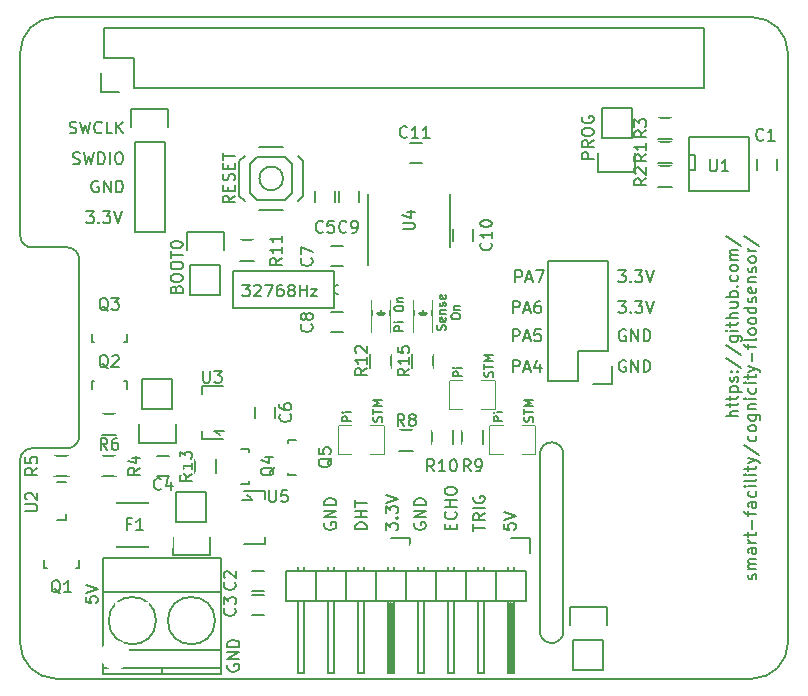
<source format=gto>
G04 #@! TF.FileFunction,Legend,Top*
%FSLAX46Y46*%
G04 Gerber Fmt 4.6, Leading zero omitted, Abs format (unit mm)*
G04 Created by KiCad (PCBNEW 4.0.2+e4-6225~38~ubuntu15.04.1-stable) date Sat 22 Oct 2016 20:53:22 ACDT*
%MOMM*%
G01*
G04 APERTURE LIST*
%ADD10C,0.100000*%
%ADD11C,0.150000*%
%ADD12C,0.200000*%
%ADD13R,1.650000X1.400000*%
%ADD14R,1.400000X1.650000*%
%ADD15R,1.598880X1.598880*%
%ADD16R,2.000000X3.900000*%
%ADD17R,2.127200X2.127200*%
%ADD18O,2.127200X2.127200*%
%ADD19C,6.250000*%
%ADD20R,1.400000X2.400000*%
%ADD21R,1.600000X2.600000*%
%ADD22R,2.900000X2.900000*%
%ADD23C,2.900000*%
%ADD24R,2.127200X2.432000*%
%ADD25O,2.127200X2.432000*%
%ADD26R,2.432000X2.127200*%
%ADD27O,2.432000X2.127200*%
%ADD28R,2.432000X2.432000*%
%ADD29O,2.432000X2.432000*%
%ADD30R,1.200100X1.200100*%
%ADD31R,1.100000X1.700000*%
%ADD32R,1.700000X1.100000*%
%ADD33R,1.500000X2.200000*%
%ADD34R,0.908000X1.543000*%
%ADD35R,1.400760X1.090880*%
%ADD36R,1.901140X1.400760*%
%ADD37R,3.399740X2.398980*%
%ADD38R,0.850000X1.850000*%
%ADD39C,1.400760*%
%ADD40C,2.500000*%
G04 APERTURE END LIST*
D10*
D11*
X150777381Y-93780953D02*
X149777381Y-93780953D01*
X150777381Y-93352381D02*
X150253571Y-93352381D01*
X150158333Y-93400000D01*
X150110714Y-93495238D01*
X150110714Y-93638096D01*
X150158333Y-93733334D01*
X150205952Y-93780953D01*
X150110714Y-93019048D02*
X150110714Y-92638096D01*
X149777381Y-92876191D02*
X150634524Y-92876191D01*
X150729762Y-92828572D01*
X150777381Y-92733334D01*
X150777381Y-92638096D01*
X150110714Y-92447619D02*
X150110714Y-92066667D01*
X149777381Y-92304762D02*
X150634524Y-92304762D01*
X150729762Y-92257143D01*
X150777381Y-92161905D01*
X150777381Y-92066667D01*
X150110714Y-91733333D02*
X151110714Y-91733333D01*
X150158333Y-91733333D02*
X150110714Y-91638095D01*
X150110714Y-91447618D01*
X150158333Y-91352380D01*
X150205952Y-91304761D01*
X150301190Y-91257142D01*
X150586905Y-91257142D01*
X150682143Y-91304761D01*
X150729762Y-91352380D01*
X150777381Y-91447618D01*
X150777381Y-91638095D01*
X150729762Y-91733333D01*
X150729762Y-90876190D02*
X150777381Y-90780952D01*
X150777381Y-90590476D01*
X150729762Y-90495237D01*
X150634524Y-90447618D01*
X150586905Y-90447618D01*
X150491667Y-90495237D01*
X150444048Y-90590476D01*
X150444048Y-90733333D01*
X150396429Y-90828571D01*
X150301190Y-90876190D01*
X150253571Y-90876190D01*
X150158333Y-90828571D01*
X150110714Y-90733333D01*
X150110714Y-90590476D01*
X150158333Y-90495237D01*
X150682143Y-90019047D02*
X150729762Y-89971428D01*
X150777381Y-90019047D01*
X150729762Y-90066666D01*
X150682143Y-90019047D01*
X150777381Y-90019047D01*
X150158333Y-90019047D02*
X150205952Y-89971428D01*
X150253571Y-90019047D01*
X150205952Y-90066666D01*
X150158333Y-90019047D01*
X150253571Y-90019047D01*
X149729762Y-88828571D02*
X151015476Y-89685714D01*
X149729762Y-87780952D02*
X151015476Y-88638095D01*
X150110714Y-87019047D02*
X150920238Y-87019047D01*
X151015476Y-87066666D01*
X151063095Y-87114285D01*
X151110714Y-87209524D01*
X151110714Y-87352381D01*
X151063095Y-87447619D01*
X150729762Y-87019047D02*
X150777381Y-87114285D01*
X150777381Y-87304762D01*
X150729762Y-87400000D01*
X150682143Y-87447619D01*
X150586905Y-87495238D01*
X150301190Y-87495238D01*
X150205952Y-87447619D01*
X150158333Y-87400000D01*
X150110714Y-87304762D01*
X150110714Y-87114285D01*
X150158333Y-87019047D01*
X150777381Y-86542857D02*
X150110714Y-86542857D01*
X149777381Y-86542857D02*
X149825000Y-86590476D01*
X149872619Y-86542857D01*
X149825000Y-86495238D01*
X149777381Y-86542857D01*
X149872619Y-86542857D01*
X150110714Y-86209524D02*
X150110714Y-85828572D01*
X149777381Y-86066667D02*
X150634524Y-86066667D01*
X150729762Y-86019048D01*
X150777381Y-85923810D01*
X150777381Y-85828572D01*
X150777381Y-85495238D02*
X149777381Y-85495238D01*
X150777381Y-85066666D02*
X150253571Y-85066666D01*
X150158333Y-85114285D01*
X150110714Y-85209523D01*
X150110714Y-85352381D01*
X150158333Y-85447619D01*
X150205952Y-85495238D01*
X150110714Y-84161904D02*
X150777381Y-84161904D01*
X150110714Y-84590476D02*
X150634524Y-84590476D01*
X150729762Y-84542857D01*
X150777381Y-84447619D01*
X150777381Y-84304761D01*
X150729762Y-84209523D01*
X150682143Y-84161904D01*
X150777381Y-83685714D02*
X149777381Y-83685714D01*
X150158333Y-83685714D02*
X150110714Y-83590476D01*
X150110714Y-83399999D01*
X150158333Y-83304761D01*
X150205952Y-83257142D01*
X150301190Y-83209523D01*
X150586905Y-83209523D01*
X150682143Y-83257142D01*
X150729762Y-83304761D01*
X150777381Y-83399999D01*
X150777381Y-83590476D01*
X150729762Y-83685714D01*
X150682143Y-82780952D02*
X150729762Y-82733333D01*
X150777381Y-82780952D01*
X150729762Y-82828571D01*
X150682143Y-82780952D01*
X150777381Y-82780952D01*
X150729762Y-81876190D02*
X150777381Y-81971428D01*
X150777381Y-82161905D01*
X150729762Y-82257143D01*
X150682143Y-82304762D01*
X150586905Y-82352381D01*
X150301190Y-82352381D01*
X150205952Y-82304762D01*
X150158333Y-82257143D01*
X150110714Y-82161905D01*
X150110714Y-81971428D01*
X150158333Y-81876190D01*
X150777381Y-81304762D02*
X150729762Y-81400000D01*
X150682143Y-81447619D01*
X150586905Y-81495238D01*
X150301190Y-81495238D01*
X150205952Y-81447619D01*
X150158333Y-81400000D01*
X150110714Y-81304762D01*
X150110714Y-81161904D01*
X150158333Y-81066666D01*
X150205952Y-81019047D01*
X150301190Y-80971428D01*
X150586905Y-80971428D01*
X150682143Y-81019047D01*
X150729762Y-81066666D01*
X150777381Y-81161904D01*
X150777381Y-81304762D01*
X150777381Y-80542857D02*
X150110714Y-80542857D01*
X150205952Y-80542857D02*
X150158333Y-80495238D01*
X150110714Y-80400000D01*
X150110714Y-80257142D01*
X150158333Y-80161904D01*
X150253571Y-80114285D01*
X150777381Y-80114285D01*
X150253571Y-80114285D02*
X150158333Y-80066666D01*
X150110714Y-79971428D01*
X150110714Y-79828571D01*
X150158333Y-79733333D01*
X150253571Y-79685714D01*
X150777381Y-79685714D01*
X149729762Y-78495238D02*
X151015476Y-79352381D01*
X152279762Y-107590480D02*
X152327381Y-107495242D01*
X152327381Y-107304766D01*
X152279762Y-107209527D01*
X152184524Y-107161908D01*
X152136905Y-107161908D01*
X152041667Y-107209527D01*
X151994048Y-107304766D01*
X151994048Y-107447623D01*
X151946429Y-107542861D01*
X151851190Y-107590480D01*
X151803571Y-107590480D01*
X151708333Y-107542861D01*
X151660714Y-107447623D01*
X151660714Y-107304766D01*
X151708333Y-107209527D01*
X152327381Y-106733337D02*
X151660714Y-106733337D01*
X151755952Y-106733337D02*
X151708333Y-106685718D01*
X151660714Y-106590480D01*
X151660714Y-106447622D01*
X151708333Y-106352384D01*
X151803571Y-106304765D01*
X152327381Y-106304765D01*
X151803571Y-106304765D02*
X151708333Y-106257146D01*
X151660714Y-106161908D01*
X151660714Y-106019051D01*
X151708333Y-105923813D01*
X151803571Y-105876194D01*
X152327381Y-105876194D01*
X152327381Y-104971432D02*
X151803571Y-104971432D01*
X151708333Y-105019051D01*
X151660714Y-105114289D01*
X151660714Y-105304766D01*
X151708333Y-105400004D01*
X152279762Y-104971432D02*
X152327381Y-105066670D01*
X152327381Y-105304766D01*
X152279762Y-105400004D01*
X152184524Y-105447623D01*
X152089286Y-105447623D01*
X151994048Y-105400004D01*
X151946429Y-105304766D01*
X151946429Y-105066670D01*
X151898810Y-104971432D01*
X152327381Y-104495242D02*
X151660714Y-104495242D01*
X151851190Y-104495242D02*
X151755952Y-104447623D01*
X151708333Y-104400004D01*
X151660714Y-104304766D01*
X151660714Y-104209527D01*
X151660714Y-104019051D02*
X151660714Y-103638099D01*
X151327381Y-103876194D02*
X152184524Y-103876194D01*
X152279762Y-103828575D01*
X152327381Y-103733337D01*
X152327381Y-103638099D01*
X151946429Y-103304765D02*
X151946429Y-102542860D01*
X151660714Y-102209527D02*
X151660714Y-101828575D01*
X152327381Y-102066670D02*
X151470238Y-102066670D01*
X151375000Y-102019051D01*
X151327381Y-101923813D01*
X151327381Y-101828575D01*
X152327381Y-101066669D02*
X151803571Y-101066669D01*
X151708333Y-101114288D01*
X151660714Y-101209526D01*
X151660714Y-101400003D01*
X151708333Y-101495241D01*
X152279762Y-101066669D02*
X152327381Y-101161907D01*
X152327381Y-101400003D01*
X152279762Y-101495241D01*
X152184524Y-101542860D01*
X152089286Y-101542860D01*
X151994048Y-101495241D01*
X151946429Y-101400003D01*
X151946429Y-101161907D01*
X151898810Y-101066669D01*
X152279762Y-100161907D02*
X152327381Y-100257145D01*
X152327381Y-100447622D01*
X152279762Y-100542860D01*
X152232143Y-100590479D01*
X152136905Y-100638098D01*
X151851190Y-100638098D01*
X151755952Y-100590479D01*
X151708333Y-100542860D01*
X151660714Y-100447622D01*
X151660714Y-100257145D01*
X151708333Y-100161907D01*
X152327381Y-99733336D02*
X151660714Y-99733336D01*
X151327381Y-99733336D02*
X151375000Y-99780955D01*
X151422619Y-99733336D01*
X151375000Y-99685717D01*
X151327381Y-99733336D01*
X151422619Y-99733336D01*
X152327381Y-99114289D02*
X152279762Y-99209527D01*
X152184524Y-99257146D01*
X151327381Y-99257146D01*
X152327381Y-98733336D02*
X151660714Y-98733336D01*
X151327381Y-98733336D02*
X151375000Y-98780955D01*
X151422619Y-98733336D01*
X151375000Y-98685717D01*
X151327381Y-98733336D01*
X151422619Y-98733336D01*
X151660714Y-98400003D02*
X151660714Y-98019051D01*
X151327381Y-98257146D02*
X152184524Y-98257146D01*
X152279762Y-98209527D01*
X152327381Y-98114289D01*
X152327381Y-98019051D01*
X151660714Y-97780955D02*
X152327381Y-97542860D01*
X151660714Y-97304764D02*
X152327381Y-97542860D01*
X152565476Y-97638098D01*
X152613095Y-97685717D01*
X152660714Y-97780955D01*
X151279762Y-96209526D02*
X152565476Y-97066669D01*
X152279762Y-95447621D02*
X152327381Y-95542859D01*
X152327381Y-95733336D01*
X152279762Y-95828574D01*
X152232143Y-95876193D01*
X152136905Y-95923812D01*
X151851190Y-95923812D01*
X151755952Y-95876193D01*
X151708333Y-95828574D01*
X151660714Y-95733336D01*
X151660714Y-95542859D01*
X151708333Y-95447621D01*
X152327381Y-94876193D02*
X152279762Y-94971431D01*
X152232143Y-95019050D01*
X152136905Y-95066669D01*
X151851190Y-95066669D01*
X151755952Y-95019050D01*
X151708333Y-94971431D01*
X151660714Y-94876193D01*
X151660714Y-94733335D01*
X151708333Y-94638097D01*
X151755952Y-94590478D01*
X151851190Y-94542859D01*
X152136905Y-94542859D01*
X152232143Y-94590478D01*
X152279762Y-94638097D01*
X152327381Y-94733335D01*
X152327381Y-94876193D01*
X151660714Y-93685716D02*
X152470238Y-93685716D01*
X152565476Y-93733335D01*
X152613095Y-93780954D01*
X152660714Y-93876193D01*
X152660714Y-94019050D01*
X152613095Y-94114288D01*
X152279762Y-93685716D02*
X152327381Y-93780954D01*
X152327381Y-93971431D01*
X152279762Y-94066669D01*
X152232143Y-94114288D01*
X152136905Y-94161907D01*
X151851190Y-94161907D01*
X151755952Y-94114288D01*
X151708333Y-94066669D01*
X151660714Y-93971431D01*
X151660714Y-93780954D01*
X151708333Y-93685716D01*
X151660714Y-93209526D02*
X152327381Y-93209526D01*
X151755952Y-93209526D02*
X151708333Y-93161907D01*
X151660714Y-93066669D01*
X151660714Y-92923811D01*
X151708333Y-92828573D01*
X151803571Y-92780954D01*
X152327381Y-92780954D01*
X152327381Y-92304764D02*
X151660714Y-92304764D01*
X151327381Y-92304764D02*
X151375000Y-92352383D01*
X151422619Y-92304764D01*
X151375000Y-92257145D01*
X151327381Y-92304764D01*
X151422619Y-92304764D01*
X152279762Y-91400002D02*
X152327381Y-91495240D01*
X152327381Y-91685717D01*
X152279762Y-91780955D01*
X152232143Y-91828574D01*
X152136905Y-91876193D01*
X151851190Y-91876193D01*
X151755952Y-91828574D01*
X151708333Y-91780955D01*
X151660714Y-91685717D01*
X151660714Y-91495240D01*
X151708333Y-91400002D01*
X152327381Y-90971431D02*
X151660714Y-90971431D01*
X151327381Y-90971431D02*
X151375000Y-91019050D01*
X151422619Y-90971431D01*
X151375000Y-90923812D01*
X151327381Y-90971431D01*
X151422619Y-90971431D01*
X151660714Y-90638098D02*
X151660714Y-90257146D01*
X151327381Y-90495241D02*
X152184524Y-90495241D01*
X152279762Y-90447622D01*
X152327381Y-90352384D01*
X152327381Y-90257146D01*
X151660714Y-90019050D02*
X152327381Y-89780955D01*
X151660714Y-89542859D02*
X152327381Y-89780955D01*
X152565476Y-89876193D01*
X152613095Y-89923812D01*
X152660714Y-90019050D01*
X151946429Y-89161907D02*
X151946429Y-88400002D01*
X151660714Y-88066669D02*
X151660714Y-87685717D01*
X152327381Y-87923812D02*
X151470238Y-87923812D01*
X151375000Y-87876193D01*
X151327381Y-87780955D01*
X151327381Y-87685717D01*
X152327381Y-87209526D02*
X152279762Y-87304764D01*
X152184524Y-87352383D01*
X151327381Y-87352383D01*
X152327381Y-86685716D02*
X152279762Y-86780954D01*
X152232143Y-86828573D01*
X152136905Y-86876192D01*
X151851190Y-86876192D01*
X151755952Y-86828573D01*
X151708333Y-86780954D01*
X151660714Y-86685716D01*
X151660714Y-86542858D01*
X151708333Y-86447620D01*
X151755952Y-86400001D01*
X151851190Y-86352382D01*
X152136905Y-86352382D01*
X152232143Y-86400001D01*
X152279762Y-86447620D01*
X152327381Y-86542858D01*
X152327381Y-86685716D01*
X152327381Y-85780954D02*
X152279762Y-85876192D01*
X152232143Y-85923811D01*
X152136905Y-85971430D01*
X151851190Y-85971430D01*
X151755952Y-85923811D01*
X151708333Y-85876192D01*
X151660714Y-85780954D01*
X151660714Y-85638096D01*
X151708333Y-85542858D01*
X151755952Y-85495239D01*
X151851190Y-85447620D01*
X152136905Y-85447620D01*
X152232143Y-85495239D01*
X152279762Y-85542858D01*
X152327381Y-85638096D01*
X152327381Y-85780954D01*
X152327381Y-84590477D02*
X151327381Y-84590477D01*
X152279762Y-84590477D02*
X152327381Y-84685715D01*
X152327381Y-84876192D01*
X152279762Y-84971430D01*
X152232143Y-85019049D01*
X152136905Y-85066668D01*
X151851190Y-85066668D01*
X151755952Y-85019049D01*
X151708333Y-84971430D01*
X151660714Y-84876192D01*
X151660714Y-84685715D01*
X151708333Y-84590477D01*
X152279762Y-84161906D02*
X152327381Y-84066668D01*
X152327381Y-83876192D01*
X152279762Y-83780953D01*
X152184524Y-83733334D01*
X152136905Y-83733334D01*
X152041667Y-83780953D01*
X151994048Y-83876192D01*
X151994048Y-84019049D01*
X151946429Y-84114287D01*
X151851190Y-84161906D01*
X151803571Y-84161906D01*
X151708333Y-84114287D01*
X151660714Y-84019049D01*
X151660714Y-83876192D01*
X151708333Y-83780953D01*
X152279762Y-82923810D02*
X152327381Y-83019048D01*
X152327381Y-83209525D01*
X152279762Y-83304763D01*
X152184524Y-83352382D01*
X151803571Y-83352382D01*
X151708333Y-83304763D01*
X151660714Y-83209525D01*
X151660714Y-83019048D01*
X151708333Y-82923810D01*
X151803571Y-82876191D01*
X151898810Y-82876191D01*
X151994048Y-83352382D01*
X151660714Y-82447620D02*
X152327381Y-82447620D01*
X151755952Y-82447620D02*
X151708333Y-82400001D01*
X151660714Y-82304763D01*
X151660714Y-82161905D01*
X151708333Y-82066667D01*
X151803571Y-82019048D01*
X152327381Y-82019048D01*
X152279762Y-81590477D02*
X152327381Y-81495239D01*
X152327381Y-81304763D01*
X152279762Y-81209524D01*
X152184524Y-81161905D01*
X152136905Y-81161905D01*
X152041667Y-81209524D01*
X151994048Y-81304763D01*
X151994048Y-81447620D01*
X151946429Y-81542858D01*
X151851190Y-81590477D01*
X151803571Y-81590477D01*
X151708333Y-81542858D01*
X151660714Y-81447620D01*
X151660714Y-81304763D01*
X151708333Y-81209524D01*
X152327381Y-80590477D02*
X152279762Y-80685715D01*
X152232143Y-80733334D01*
X152136905Y-80780953D01*
X151851190Y-80780953D01*
X151755952Y-80733334D01*
X151708333Y-80685715D01*
X151660714Y-80590477D01*
X151660714Y-80447619D01*
X151708333Y-80352381D01*
X151755952Y-80304762D01*
X151851190Y-80257143D01*
X152136905Y-80257143D01*
X152232143Y-80304762D01*
X152279762Y-80352381D01*
X152327381Y-80447619D01*
X152327381Y-80590477D01*
X152327381Y-79828572D02*
X151660714Y-79828572D01*
X151851190Y-79828572D02*
X151755952Y-79780953D01*
X151708333Y-79733334D01*
X151660714Y-79638096D01*
X151660714Y-79542857D01*
X151279762Y-78495238D02*
X152565476Y-79352381D01*
D12*
X140642857Y-81452381D02*
X141261905Y-81452381D01*
X140928571Y-81833333D01*
X141071429Y-81833333D01*
X141166667Y-81880952D01*
X141214286Y-81928571D01*
X141261905Y-82023810D01*
X141261905Y-82261905D01*
X141214286Y-82357143D01*
X141166667Y-82404762D01*
X141071429Y-82452381D01*
X140785714Y-82452381D01*
X140690476Y-82404762D01*
X140642857Y-82357143D01*
X141690476Y-82357143D02*
X141738095Y-82404762D01*
X141690476Y-82452381D01*
X141642857Y-82404762D01*
X141690476Y-82357143D01*
X141690476Y-82452381D01*
X142071428Y-81452381D02*
X142690476Y-81452381D01*
X142357142Y-81833333D01*
X142500000Y-81833333D01*
X142595238Y-81880952D01*
X142642857Y-81928571D01*
X142690476Y-82023810D01*
X142690476Y-82261905D01*
X142642857Y-82357143D01*
X142595238Y-82404762D01*
X142500000Y-82452381D01*
X142214285Y-82452381D01*
X142119047Y-82404762D01*
X142071428Y-82357143D01*
X142976190Y-81452381D02*
X143309523Y-82452381D01*
X143642857Y-81452381D01*
X140642857Y-84052381D02*
X141261905Y-84052381D01*
X140928571Y-84433333D01*
X141071429Y-84433333D01*
X141166667Y-84480952D01*
X141214286Y-84528571D01*
X141261905Y-84623810D01*
X141261905Y-84861905D01*
X141214286Y-84957143D01*
X141166667Y-85004762D01*
X141071429Y-85052381D01*
X140785714Y-85052381D01*
X140690476Y-85004762D01*
X140642857Y-84957143D01*
X141690476Y-84957143D02*
X141738095Y-85004762D01*
X141690476Y-85052381D01*
X141642857Y-85004762D01*
X141690476Y-84957143D01*
X141690476Y-85052381D01*
X142071428Y-84052381D02*
X142690476Y-84052381D01*
X142357142Y-84433333D01*
X142500000Y-84433333D01*
X142595238Y-84480952D01*
X142642857Y-84528571D01*
X142690476Y-84623810D01*
X142690476Y-84861905D01*
X142642857Y-84957143D01*
X142595238Y-85004762D01*
X142500000Y-85052381D01*
X142214285Y-85052381D01*
X142119047Y-85004762D01*
X142071428Y-84957143D01*
X142976190Y-84052381D02*
X143309523Y-85052381D01*
X143642857Y-84052381D01*
X141261905Y-86500000D02*
X141166667Y-86452381D01*
X141023810Y-86452381D01*
X140880952Y-86500000D01*
X140785714Y-86595238D01*
X140738095Y-86690476D01*
X140690476Y-86880952D01*
X140690476Y-87023810D01*
X140738095Y-87214286D01*
X140785714Y-87309524D01*
X140880952Y-87404762D01*
X141023810Y-87452381D01*
X141119048Y-87452381D01*
X141261905Y-87404762D01*
X141309524Y-87357143D01*
X141309524Y-87023810D01*
X141119048Y-87023810D01*
X141738095Y-87452381D02*
X141738095Y-86452381D01*
X142309524Y-87452381D01*
X142309524Y-86452381D01*
X142785714Y-87452381D02*
X142785714Y-86452381D01*
X143023809Y-86452381D01*
X143166667Y-86500000D01*
X143261905Y-86595238D01*
X143309524Y-86690476D01*
X143357143Y-86880952D01*
X143357143Y-87023810D01*
X143309524Y-87214286D01*
X143261905Y-87309524D01*
X143166667Y-87404762D01*
X143023809Y-87452381D01*
X142785714Y-87452381D01*
X141261905Y-89100000D02*
X141166667Y-89052381D01*
X141023810Y-89052381D01*
X140880952Y-89100000D01*
X140785714Y-89195238D01*
X140738095Y-89290476D01*
X140690476Y-89480952D01*
X140690476Y-89623810D01*
X140738095Y-89814286D01*
X140785714Y-89909524D01*
X140880952Y-90004762D01*
X141023810Y-90052381D01*
X141119048Y-90052381D01*
X141261905Y-90004762D01*
X141309524Y-89957143D01*
X141309524Y-89623810D01*
X141119048Y-89623810D01*
X141738095Y-90052381D02*
X141738095Y-89052381D01*
X142309524Y-90052381D01*
X142309524Y-89052381D01*
X142785714Y-90052381D02*
X142785714Y-89052381D01*
X143023809Y-89052381D01*
X143166667Y-89100000D01*
X143261905Y-89195238D01*
X143309524Y-89290476D01*
X143357143Y-89480952D01*
X143357143Y-89623810D01*
X143309524Y-89814286D01*
X143261905Y-89909524D01*
X143166667Y-90004762D01*
X143023809Y-90052381D01*
X142785714Y-90052381D01*
X131728571Y-90052381D02*
X131728571Y-89052381D01*
X132109524Y-89052381D01*
X132204762Y-89100000D01*
X132252381Y-89147619D01*
X132300000Y-89242857D01*
X132300000Y-89385714D01*
X132252381Y-89480952D01*
X132204762Y-89528571D01*
X132109524Y-89576190D01*
X131728571Y-89576190D01*
X132680952Y-89766667D02*
X133157143Y-89766667D01*
X132585714Y-90052381D02*
X132919047Y-89052381D01*
X133252381Y-90052381D01*
X134014286Y-89385714D02*
X134014286Y-90052381D01*
X133776190Y-89004762D02*
X133538095Y-89719048D01*
X134157143Y-89719048D01*
X131728571Y-87452381D02*
X131728571Y-86452381D01*
X132109524Y-86452381D01*
X132204762Y-86500000D01*
X132252381Y-86547619D01*
X132300000Y-86642857D01*
X132300000Y-86785714D01*
X132252381Y-86880952D01*
X132204762Y-86928571D01*
X132109524Y-86976190D01*
X131728571Y-86976190D01*
X132680952Y-87166667D02*
X133157143Y-87166667D01*
X132585714Y-87452381D02*
X132919047Y-86452381D01*
X133252381Y-87452381D01*
X134061905Y-86452381D02*
X133585714Y-86452381D01*
X133538095Y-86928571D01*
X133585714Y-86880952D01*
X133680952Y-86833333D01*
X133919048Y-86833333D01*
X134014286Y-86880952D01*
X134061905Y-86928571D01*
X134109524Y-87023810D01*
X134109524Y-87261905D01*
X134061905Y-87357143D01*
X134014286Y-87404762D01*
X133919048Y-87452381D01*
X133680952Y-87452381D01*
X133585714Y-87404762D01*
X133538095Y-87357143D01*
X131728571Y-85052381D02*
X131728571Y-84052381D01*
X132109524Y-84052381D01*
X132204762Y-84100000D01*
X132252381Y-84147619D01*
X132300000Y-84242857D01*
X132300000Y-84385714D01*
X132252381Y-84480952D01*
X132204762Y-84528571D01*
X132109524Y-84576190D01*
X131728571Y-84576190D01*
X132680952Y-84766667D02*
X133157143Y-84766667D01*
X132585714Y-85052381D02*
X132919047Y-84052381D01*
X133252381Y-85052381D01*
X134014286Y-84052381D02*
X133823809Y-84052381D01*
X133728571Y-84100000D01*
X133680952Y-84147619D01*
X133585714Y-84290476D01*
X133538095Y-84480952D01*
X133538095Y-84861905D01*
X133585714Y-84957143D01*
X133633333Y-85004762D01*
X133728571Y-85052381D01*
X133919048Y-85052381D01*
X134014286Y-85004762D01*
X134061905Y-84957143D01*
X134109524Y-84861905D01*
X134109524Y-84623810D01*
X134061905Y-84528571D01*
X134014286Y-84480952D01*
X133919048Y-84433333D01*
X133728571Y-84433333D01*
X133633333Y-84480952D01*
X133585714Y-84528571D01*
X133538095Y-84623810D01*
X131928571Y-82452381D02*
X131928571Y-81452381D01*
X132309524Y-81452381D01*
X132404762Y-81500000D01*
X132452381Y-81547619D01*
X132500000Y-81642857D01*
X132500000Y-81785714D01*
X132452381Y-81880952D01*
X132404762Y-81928571D01*
X132309524Y-81976190D01*
X131928571Y-81976190D01*
X132880952Y-82166667D02*
X133357143Y-82166667D01*
X132785714Y-82452381D02*
X133119047Y-81452381D01*
X133452381Y-82452381D01*
X133690476Y-81452381D02*
X134357143Y-81452381D01*
X133928571Y-82452381D01*
X138552381Y-72009524D02*
X137552381Y-72009524D01*
X137552381Y-71628571D01*
X137600000Y-71533333D01*
X137647619Y-71485714D01*
X137742857Y-71438095D01*
X137885714Y-71438095D01*
X137980952Y-71485714D01*
X138028571Y-71533333D01*
X138076190Y-71628571D01*
X138076190Y-72009524D01*
X138552381Y-70438095D02*
X138076190Y-70771429D01*
X138552381Y-71009524D02*
X137552381Y-71009524D01*
X137552381Y-70628571D01*
X137600000Y-70533333D01*
X137647619Y-70485714D01*
X137742857Y-70438095D01*
X137885714Y-70438095D01*
X137980952Y-70485714D01*
X138028571Y-70533333D01*
X138076190Y-70628571D01*
X138076190Y-71009524D01*
X137552381Y-69819048D02*
X137552381Y-69628571D01*
X137600000Y-69533333D01*
X137695238Y-69438095D01*
X137885714Y-69390476D01*
X138219048Y-69390476D01*
X138409524Y-69438095D01*
X138504762Y-69533333D01*
X138552381Y-69628571D01*
X138552381Y-69819048D01*
X138504762Y-69914286D01*
X138409524Y-70009524D01*
X138219048Y-70057143D01*
X137885714Y-70057143D01*
X137695238Y-70009524D01*
X137600000Y-69914286D01*
X137552381Y-69819048D01*
X137600000Y-68438095D02*
X137552381Y-68533333D01*
X137552381Y-68676190D01*
X137600000Y-68819048D01*
X137695238Y-68914286D01*
X137790476Y-68961905D01*
X137980952Y-69009524D01*
X138123810Y-69009524D01*
X138314286Y-68961905D01*
X138409524Y-68914286D01*
X138504762Y-68819048D01*
X138552381Y-68676190D01*
X138552381Y-68580952D01*
X138504762Y-68438095D01*
X138457143Y-68390476D01*
X138123810Y-68390476D01*
X138123810Y-68580952D01*
X107600000Y-114838095D02*
X107552381Y-114933333D01*
X107552381Y-115076190D01*
X107600000Y-115219048D01*
X107695238Y-115314286D01*
X107790476Y-115361905D01*
X107980952Y-115409524D01*
X108123810Y-115409524D01*
X108314286Y-115361905D01*
X108409524Y-115314286D01*
X108504762Y-115219048D01*
X108552381Y-115076190D01*
X108552381Y-114980952D01*
X108504762Y-114838095D01*
X108457143Y-114790476D01*
X108123810Y-114790476D01*
X108123810Y-114980952D01*
X108552381Y-114361905D02*
X107552381Y-114361905D01*
X108552381Y-113790476D01*
X107552381Y-113790476D01*
X108552381Y-113314286D02*
X107552381Y-113314286D01*
X107552381Y-113076191D01*
X107600000Y-112933333D01*
X107695238Y-112838095D01*
X107790476Y-112790476D01*
X107980952Y-112742857D01*
X108123810Y-112742857D01*
X108314286Y-112790476D01*
X108409524Y-112838095D01*
X108504762Y-112933333D01*
X108552381Y-113076191D01*
X108552381Y-113314286D01*
X95552381Y-109085714D02*
X95552381Y-109561905D01*
X96028571Y-109609524D01*
X95980952Y-109561905D01*
X95933333Y-109466667D01*
X95933333Y-109228571D01*
X95980952Y-109133333D01*
X96028571Y-109085714D01*
X96123810Y-109038095D01*
X96361905Y-109038095D01*
X96457143Y-109085714D01*
X96504762Y-109133333D01*
X96552381Y-109228571D01*
X96552381Y-109466667D01*
X96504762Y-109561905D01*
X96457143Y-109609524D01*
X95552381Y-108752381D02*
X96552381Y-108419048D01*
X95552381Y-108085714D01*
X130952381Y-102885714D02*
X130952381Y-103361905D01*
X131428571Y-103409524D01*
X131380952Y-103361905D01*
X131333333Y-103266667D01*
X131333333Y-103028571D01*
X131380952Y-102933333D01*
X131428571Y-102885714D01*
X131523810Y-102838095D01*
X131761905Y-102838095D01*
X131857143Y-102885714D01*
X131904762Y-102933333D01*
X131952381Y-103028571D01*
X131952381Y-103266667D01*
X131904762Y-103361905D01*
X131857143Y-103409524D01*
X130952381Y-102552381D02*
X131952381Y-102219048D01*
X130952381Y-101885714D01*
X128352381Y-103504762D02*
X128352381Y-102933333D01*
X129352381Y-103219048D02*
X128352381Y-103219048D01*
X129352381Y-102028571D02*
X128876190Y-102361905D01*
X129352381Y-102600000D02*
X128352381Y-102600000D01*
X128352381Y-102219047D01*
X128400000Y-102123809D01*
X128447619Y-102076190D01*
X128542857Y-102028571D01*
X128685714Y-102028571D01*
X128780952Y-102076190D01*
X128828571Y-102123809D01*
X128876190Y-102219047D01*
X128876190Y-102600000D01*
X129352381Y-101600000D02*
X128352381Y-101600000D01*
X128400000Y-100600000D02*
X128352381Y-100695238D01*
X128352381Y-100838095D01*
X128400000Y-100980953D01*
X128495238Y-101076191D01*
X128590476Y-101123810D01*
X128780952Y-101171429D01*
X128923810Y-101171429D01*
X129114286Y-101123810D01*
X129209524Y-101076191D01*
X129304762Y-100980953D01*
X129352381Y-100838095D01*
X129352381Y-100742857D01*
X129304762Y-100600000D01*
X129257143Y-100552381D01*
X128923810Y-100552381D01*
X128923810Y-100742857D01*
X126428571Y-103361905D02*
X126428571Y-103028571D01*
X126952381Y-102885714D02*
X126952381Y-103361905D01*
X125952381Y-103361905D01*
X125952381Y-102885714D01*
X126857143Y-101885714D02*
X126904762Y-101933333D01*
X126952381Y-102076190D01*
X126952381Y-102171428D01*
X126904762Y-102314286D01*
X126809524Y-102409524D01*
X126714286Y-102457143D01*
X126523810Y-102504762D01*
X126380952Y-102504762D01*
X126190476Y-102457143D01*
X126095238Y-102409524D01*
X126000000Y-102314286D01*
X125952381Y-102171428D01*
X125952381Y-102076190D01*
X126000000Y-101933333D01*
X126047619Y-101885714D01*
X126952381Y-101457143D02*
X125952381Y-101457143D01*
X126428571Y-101457143D02*
X126428571Y-100885714D01*
X126952381Y-100885714D02*
X125952381Y-100885714D01*
X125952381Y-100219048D02*
X125952381Y-100028571D01*
X126000000Y-99933333D01*
X126095238Y-99838095D01*
X126285714Y-99790476D01*
X126619048Y-99790476D01*
X126809524Y-99838095D01*
X126904762Y-99933333D01*
X126952381Y-100028571D01*
X126952381Y-100219048D01*
X126904762Y-100314286D01*
X126809524Y-100409524D01*
X126619048Y-100457143D01*
X126285714Y-100457143D01*
X126095238Y-100409524D01*
X126000000Y-100314286D01*
X125952381Y-100219048D01*
X123400000Y-102838095D02*
X123352381Y-102933333D01*
X123352381Y-103076190D01*
X123400000Y-103219048D01*
X123495238Y-103314286D01*
X123590476Y-103361905D01*
X123780952Y-103409524D01*
X123923810Y-103409524D01*
X124114286Y-103361905D01*
X124209524Y-103314286D01*
X124304762Y-103219048D01*
X124352381Y-103076190D01*
X124352381Y-102980952D01*
X124304762Y-102838095D01*
X124257143Y-102790476D01*
X123923810Y-102790476D01*
X123923810Y-102980952D01*
X124352381Y-102361905D02*
X123352381Y-102361905D01*
X124352381Y-101790476D01*
X123352381Y-101790476D01*
X124352381Y-101314286D02*
X123352381Y-101314286D01*
X123352381Y-101076191D01*
X123400000Y-100933333D01*
X123495238Y-100838095D01*
X123590476Y-100790476D01*
X123780952Y-100742857D01*
X123923810Y-100742857D01*
X124114286Y-100790476D01*
X124209524Y-100838095D01*
X124304762Y-100933333D01*
X124352381Y-101076191D01*
X124352381Y-101314286D01*
X120952381Y-103457143D02*
X120952381Y-102838095D01*
X121333333Y-103171429D01*
X121333333Y-103028571D01*
X121380952Y-102933333D01*
X121428571Y-102885714D01*
X121523810Y-102838095D01*
X121761905Y-102838095D01*
X121857143Y-102885714D01*
X121904762Y-102933333D01*
X121952381Y-103028571D01*
X121952381Y-103314286D01*
X121904762Y-103409524D01*
X121857143Y-103457143D01*
X121857143Y-102409524D02*
X121904762Y-102361905D01*
X121952381Y-102409524D01*
X121904762Y-102457143D01*
X121857143Y-102409524D01*
X121952381Y-102409524D01*
X120952381Y-102028572D02*
X120952381Y-101409524D01*
X121333333Y-101742858D01*
X121333333Y-101600000D01*
X121380952Y-101504762D01*
X121428571Y-101457143D01*
X121523810Y-101409524D01*
X121761905Y-101409524D01*
X121857143Y-101457143D01*
X121904762Y-101504762D01*
X121952381Y-101600000D01*
X121952381Y-101885715D01*
X121904762Y-101980953D01*
X121857143Y-102028572D01*
X120952381Y-101123810D02*
X121952381Y-100790477D01*
X120952381Y-100457143D01*
X119352381Y-103361905D02*
X118352381Y-103361905D01*
X118352381Y-103123810D01*
X118400000Y-102980952D01*
X118495238Y-102885714D01*
X118590476Y-102838095D01*
X118780952Y-102790476D01*
X118923810Y-102790476D01*
X119114286Y-102838095D01*
X119209524Y-102885714D01*
X119304762Y-102980952D01*
X119352381Y-103123810D01*
X119352381Y-103361905D01*
X119352381Y-102361905D02*
X118352381Y-102361905D01*
X118828571Y-102361905D02*
X118828571Y-101790476D01*
X119352381Y-101790476D02*
X118352381Y-101790476D01*
X118352381Y-101457143D02*
X118352381Y-100885714D01*
X119352381Y-101171429D02*
X118352381Y-101171429D01*
X115800000Y-102838095D02*
X115752381Y-102933333D01*
X115752381Y-103076190D01*
X115800000Y-103219048D01*
X115895238Y-103314286D01*
X115990476Y-103361905D01*
X116180952Y-103409524D01*
X116323810Y-103409524D01*
X116514286Y-103361905D01*
X116609524Y-103314286D01*
X116704762Y-103219048D01*
X116752381Y-103076190D01*
X116752381Y-102980952D01*
X116704762Y-102838095D01*
X116657143Y-102790476D01*
X116323810Y-102790476D01*
X116323810Y-102980952D01*
X116752381Y-102361905D02*
X115752381Y-102361905D01*
X116752381Y-101790476D01*
X115752381Y-101790476D01*
X116752381Y-101314286D02*
X115752381Y-101314286D01*
X115752381Y-101076191D01*
X115800000Y-100933333D01*
X115895238Y-100838095D01*
X115990476Y-100790476D01*
X116180952Y-100742857D01*
X116323810Y-100742857D01*
X116514286Y-100790476D01*
X116609524Y-100838095D01*
X116704762Y-100933333D01*
X116752381Y-101076191D01*
X116752381Y-101314286D01*
D11*
X130839286Y-94221429D02*
X130089286Y-94221429D01*
X130089286Y-93935714D01*
X130125000Y-93864286D01*
X130160714Y-93828571D01*
X130232143Y-93792857D01*
X130339286Y-93792857D01*
X130410714Y-93828571D01*
X130446429Y-93864286D01*
X130482143Y-93935714D01*
X130482143Y-94221429D01*
X130839286Y-93471429D02*
X130339286Y-93471429D01*
X130089286Y-93471429D02*
X130125000Y-93507143D01*
X130160714Y-93471429D01*
X130125000Y-93435714D01*
X130089286Y-93471429D01*
X130160714Y-93471429D01*
X133403571Y-94257143D02*
X133439286Y-94150000D01*
X133439286Y-93971429D01*
X133403571Y-93900000D01*
X133367857Y-93864286D01*
X133296429Y-93828571D01*
X133225000Y-93828571D01*
X133153571Y-93864286D01*
X133117857Y-93900000D01*
X133082143Y-93971429D01*
X133046429Y-94114286D01*
X133010714Y-94185714D01*
X132975000Y-94221429D01*
X132903571Y-94257143D01*
X132832143Y-94257143D01*
X132760714Y-94221429D01*
X132725000Y-94185714D01*
X132689286Y-94114286D01*
X132689286Y-93935714D01*
X132725000Y-93828571D01*
X132689286Y-93614285D02*
X132689286Y-93185714D01*
X133439286Y-93400000D02*
X132689286Y-93400000D01*
X133439286Y-92935714D02*
X132689286Y-92935714D01*
X133225000Y-92685714D01*
X132689286Y-92435714D01*
X133439286Y-92435714D01*
X127439286Y-90421429D02*
X126689286Y-90421429D01*
X126689286Y-90135714D01*
X126725000Y-90064286D01*
X126760714Y-90028571D01*
X126832143Y-89992857D01*
X126939286Y-89992857D01*
X127010714Y-90028571D01*
X127046429Y-90064286D01*
X127082143Y-90135714D01*
X127082143Y-90421429D01*
X127439286Y-89671429D02*
X126939286Y-89671429D01*
X126689286Y-89671429D02*
X126725000Y-89707143D01*
X126760714Y-89671429D01*
X126725000Y-89635714D01*
X126689286Y-89671429D01*
X126760714Y-89671429D01*
X130003571Y-90457143D02*
X130039286Y-90350000D01*
X130039286Y-90171429D01*
X130003571Y-90100000D01*
X129967857Y-90064286D01*
X129896429Y-90028571D01*
X129825000Y-90028571D01*
X129753571Y-90064286D01*
X129717857Y-90100000D01*
X129682143Y-90171429D01*
X129646429Y-90314286D01*
X129610714Y-90385714D01*
X129575000Y-90421429D01*
X129503571Y-90457143D01*
X129432143Y-90457143D01*
X129360714Y-90421429D01*
X129325000Y-90385714D01*
X129289286Y-90314286D01*
X129289286Y-90135714D01*
X129325000Y-90028571D01*
X129289286Y-89814285D02*
X129289286Y-89385714D01*
X130039286Y-89600000D02*
X129289286Y-89600000D01*
X130039286Y-89135714D02*
X129289286Y-89135714D01*
X129825000Y-88885714D01*
X129289286Y-88635714D01*
X130039286Y-88635714D01*
X120603571Y-94257143D02*
X120639286Y-94150000D01*
X120639286Y-93971429D01*
X120603571Y-93900000D01*
X120567857Y-93864286D01*
X120496429Y-93828571D01*
X120425000Y-93828571D01*
X120353571Y-93864286D01*
X120317857Y-93900000D01*
X120282143Y-93971429D01*
X120246429Y-94114286D01*
X120210714Y-94185714D01*
X120175000Y-94221429D01*
X120103571Y-94257143D01*
X120032143Y-94257143D01*
X119960714Y-94221429D01*
X119925000Y-94185714D01*
X119889286Y-94114286D01*
X119889286Y-93935714D01*
X119925000Y-93828571D01*
X119889286Y-93614285D02*
X119889286Y-93185714D01*
X120639286Y-93400000D02*
X119889286Y-93400000D01*
X120639286Y-92935714D02*
X119889286Y-92935714D01*
X120425000Y-92685714D01*
X119889286Y-92435714D01*
X120639286Y-92435714D01*
X118039286Y-94221429D02*
X117289286Y-94221429D01*
X117289286Y-93935714D01*
X117325000Y-93864286D01*
X117360714Y-93828571D01*
X117432143Y-93792857D01*
X117539286Y-93792857D01*
X117610714Y-93828571D01*
X117646429Y-93864286D01*
X117682143Y-93935714D01*
X117682143Y-94221429D01*
X118039286Y-93471429D02*
X117539286Y-93471429D01*
X117289286Y-93471429D02*
X117325000Y-93507143D01*
X117360714Y-93471429D01*
X117325000Y-93435714D01*
X117289286Y-93471429D01*
X117360714Y-93471429D01*
X126003571Y-86500000D02*
X126039286Y-86392857D01*
X126039286Y-86214286D01*
X126003571Y-86142857D01*
X125967857Y-86107143D01*
X125896429Y-86071428D01*
X125825000Y-86071428D01*
X125753571Y-86107143D01*
X125717857Y-86142857D01*
X125682143Y-86214286D01*
X125646429Y-86357143D01*
X125610714Y-86428571D01*
X125575000Y-86464286D01*
X125503571Y-86500000D01*
X125432143Y-86500000D01*
X125360714Y-86464286D01*
X125325000Y-86428571D01*
X125289286Y-86357143D01*
X125289286Y-86178571D01*
X125325000Y-86071428D01*
X126003571Y-85464285D02*
X126039286Y-85535714D01*
X126039286Y-85678571D01*
X126003571Y-85750000D01*
X125932143Y-85785714D01*
X125646429Y-85785714D01*
X125575000Y-85750000D01*
X125539286Y-85678571D01*
X125539286Y-85535714D01*
X125575000Y-85464285D01*
X125646429Y-85428571D01*
X125717857Y-85428571D01*
X125789286Y-85785714D01*
X125539286Y-85107143D02*
X126039286Y-85107143D01*
X125610714Y-85107143D02*
X125575000Y-85071428D01*
X125539286Y-85000000D01*
X125539286Y-84892857D01*
X125575000Y-84821428D01*
X125646429Y-84785714D01*
X126039286Y-84785714D01*
X126003571Y-84464286D02*
X126039286Y-84392857D01*
X126039286Y-84250000D01*
X126003571Y-84178572D01*
X125932143Y-84142857D01*
X125896429Y-84142857D01*
X125825000Y-84178572D01*
X125789286Y-84250000D01*
X125789286Y-84357143D01*
X125753571Y-84428572D01*
X125682143Y-84464286D01*
X125646429Y-84464286D01*
X125575000Y-84428572D01*
X125539286Y-84357143D01*
X125539286Y-84250000D01*
X125575000Y-84178572D01*
X126003571Y-83535714D02*
X126039286Y-83607143D01*
X126039286Y-83750000D01*
X126003571Y-83821429D01*
X125932143Y-83857143D01*
X125646429Y-83857143D01*
X125575000Y-83821429D01*
X125539286Y-83750000D01*
X125539286Y-83607143D01*
X125575000Y-83535714D01*
X125646429Y-83500000D01*
X125717857Y-83500000D01*
X125789286Y-83857143D01*
X126489286Y-85410713D02*
X126489286Y-85267856D01*
X126525000Y-85196428D01*
X126596429Y-85124999D01*
X126739286Y-85089285D01*
X126989286Y-85089285D01*
X127132143Y-85124999D01*
X127203571Y-85196428D01*
X127239286Y-85267856D01*
X127239286Y-85410713D01*
X127203571Y-85482142D01*
X127132143Y-85553571D01*
X126989286Y-85589285D01*
X126739286Y-85589285D01*
X126596429Y-85553571D01*
X126525000Y-85482142D01*
X126489286Y-85410713D01*
X126739286Y-84767857D02*
X127239286Y-84767857D01*
X126810714Y-84767857D02*
X126775000Y-84732142D01*
X126739286Y-84660714D01*
X126739286Y-84553571D01*
X126775000Y-84482142D01*
X126846429Y-84446428D01*
X127239286Y-84446428D01*
X122439286Y-86564286D02*
X121689286Y-86564286D01*
X121689286Y-86278571D01*
X121725000Y-86207143D01*
X121760714Y-86171428D01*
X121832143Y-86135714D01*
X121939286Y-86135714D01*
X122010714Y-86171428D01*
X122046429Y-86207143D01*
X122082143Y-86278571D01*
X122082143Y-86564286D01*
X122439286Y-85814286D02*
X121939286Y-85814286D01*
X121689286Y-85814286D02*
X121725000Y-85850000D01*
X121760714Y-85814286D01*
X121725000Y-85778571D01*
X121689286Y-85814286D01*
X121760714Y-85814286D01*
X121689286Y-84742856D02*
X121689286Y-84599999D01*
X121725000Y-84528571D01*
X121796429Y-84457142D01*
X121939286Y-84421428D01*
X122189286Y-84421428D01*
X122332143Y-84457142D01*
X122403571Y-84528571D01*
X122439286Y-84599999D01*
X122439286Y-84742856D01*
X122403571Y-84814285D01*
X122332143Y-84885714D01*
X122189286Y-84921428D01*
X121939286Y-84921428D01*
X121796429Y-84885714D01*
X121725000Y-84814285D01*
X121689286Y-84742856D01*
X121939286Y-84100000D02*
X122439286Y-84100000D01*
X122010714Y-84100000D02*
X121975000Y-84064285D01*
X121939286Y-83992857D01*
X121939286Y-83885714D01*
X121975000Y-83814285D01*
X122046429Y-83778571D01*
X122439286Y-83778571D01*
D12*
X108823809Y-82652381D02*
X109442857Y-82652381D01*
X109109523Y-83033333D01*
X109252381Y-83033333D01*
X109347619Y-83080952D01*
X109395238Y-83128571D01*
X109442857Y-83223810D01*
X109442857Y-83461905D01*
X109395238Y-83557143D01*
X109347619Y-83604762D01*
X109252381Y-83652381D01*
X108966666Y-83652381D01*
X108871428Y-83604762D01*
X108823809Y-83557143D01*
X109823809Y-82747619D02*
X109871428Y-82700000D01*
X109966666Y-82652381D01*
X110204762Y-82652381D01*
X110300000Y-82700000D01*
X110347619Y-82747619D01*
X110395238Y-82842857D01*
X110395238Y-82938095D01*
X110347619Y-83080952D01*
X109776190Y-83652381D01*
X110395238Y-83652381D01*
X110728571Y-82652381D02*
X111395238Y-82652381D01*
X110966666Y-83652381D01*
X112204762Y-82652381D02*
X112014285Y-82652381D01*
X111919047Y-82700000D01*
X111871428Y-82747619D01*
X111776190Y-82890476D01*
X111728571Y-83080952D01*
X111728571Y-83461905D01*
X111776190Y-83557143D01*
X111823809Y-83604762D01*
X111919047Y-83652381D01*
X112109524Y-83652381D01*
X112204762Y-83604762D01*
X112252381Y-83557143D01*
X112300000Y-83461905D01*
X112300000Y-83223810D01*
X112252381Y-83128571D01*
X112204762Y-83080952D01*
X112109524Y-83033333D01*
X111919047Y-83033333D01*
X111823809Y-83080952D01*
X111776190Y-83128571D01*
X111728571Y-83223810D01*
X112871428Y-83080952D02*
X112776190Y-83033333D01*
X112728571Y-82985714D01*
X112680952Y-82890476D01*
X112680952Y-82842857D01*
X112728571Y-82747619D01*
X112776190Y-82700000D01*
X112871428Y-82652381D01*
X113061905Y-82652381D01*
X113157143Y-82700000D01*
X113204762Y-82747619D01*
X113252381Y-82842857D01*
X113252381Y-82890476D01*
X113204762Y-82985714D01*
X113157143Y-83033333D01*
X113061905Y-83080952D01*
X112871428Y-83080952D01*
X112776190Y-83128571D01*
X112728571Y-83176190D01*
X112680952Y-83271429D01*
X112680952Y-83461905D01*
X112728571Y-83557143D01*
X112776190Y-83604762D01*
X112871428Y-83652381D01*
X113061905Y-83652381D01*
X113157143Y-83604762D01*
X113204762Y-83557143D01*
X113252381Y-83461905D01*
X113252381Y-83271429D01*
X113204762Y-83176190D01*
X113157143Y-83128571D01*
X113061905Y-83080952D01*
X113680952Y-83652381D02*
X113680952Y-82652381D01*
X113680952Y-83128571D02*
X114252381Y-83128571D01*
X114252381Y-83652381D02*
X114252381Y-82652381D01*
X114633333Y-82985714D02*
X115157143Y-82985714D01*
X114633333Y-83652381D01*
X115157143Y-83652381D01*
X103228571Y-83038095D02*
X103276190Y-82895238D01*
X103323810Y-82847619D01*
X103419048Y-82800000D01*
X103561905Y-82800000D01*
X103657143Y-82847619D01*
X103704762Y-82895238D01*
X103752381Y-82990476D01*
X103752381Y-83371429D01*
X102752381Y-83371429D01*
X102752381Y-83038095D01*
X102800000Y-82942857D01*
X102847619Y-82895238D01*
X102942857Y-82847619D01*
X103038095Y-82847619D01*
X103133333Y-82895238D01*
X103180952Y-82942857D01*
X103228571Y-83038095D01*
X103228571Y-83371429D01*
X102752381Y-82180953D02*
X102752381Y-81990476D01*
X102800000Y-81895238D01*
X102895238Y-81800000D01*
X103085714Y-81752381D01*
X103419048Y-81752381D01*
X103609524Y-81800000D01*
X103704762Y-81895238D01*
X103752381Y-81990476D01*
X103752381Y-82180953D01*
X103704762Y-82276191D01*
X103609524Y-82371429D01*
X103419048Y-82419048D01*
X103085714Y-82419048D01*
X102895238Y-82371429D01*
X102800000Y-82276191D01*
X102752381Y-82180953D01*
X102752381Y-81133334D02*
X102752381Y-80942857D01*
X102800000Y-80847619D01*
X102895238Y-80752381D01*
X103085714Y-80704762D01*
X103419048Y-80704762D01*
X103609524Y-80752381D01*
X103704762Y-80847619D01*
X103752381Y-80942857D01*
X103752381Y-81133334D01*
X103704762Y-81228572D01*
X103609524Y-81323810D01*
X103419048Y-81371429D01*
X103085714Y-81371429D01*
X102895238Y-81323810D01*
X102800000Y-81228572D01*
X102752381Y-81133334D01*
X102752381Y-80419048D02*
X102752381Y-79847619D01*
X103752381Y-80133334D02*
X102752381Y-80133334D01*
X102752381Y-79323810D02*
X102752381Y-79228571D01*
X102800000Y-79133333D01*
X102847619Y-79085714D01*
X102942857Y-79038095D01*
X103133333Y-78990476D01*
X103371429Y-78990476D01*
X103561905Y-79038095D01*
X103657143Y-79085714D01*
X103704762Y-79133333D01*
X103752381Y-79228571D01*
X103752381Y-79323810D01*
X103704762Y-79419048D01*
X103657143Y-79466667D01*
X103561905Y-79514286D01*
X103371429Y-79561905D01*
X103133333Y-79561905D01*
X102942857Y-79514286D01*
X102847619Y-79466667D01*
X102800000Y-79419048D01*
X102752381Y-79323810D01*
X108152381Y-75114286D02*
X107676190Y-75447620D01*
X108152381Y-75685715D02*
X107152381Y-75685715D01*
X107152381Y-75304762D01*
X107200000Y-75209524D01*
X107247619Y-75161905D01*
X107342857Y-75114286D01*
X107485714Y-75114286D01*
X107580952Y-75161905D01*
X107628571Y-75209524D01*
X107676190Y-75304762D01*
X107676190Y-75685715D01*
X107628571Y-74685715D02*
X107628571Y-74352381D01*
X108152381Y-74209524D02*
X108152381Y-74685715D01*
X107152381Y-74685715D01*
X107152381Y-74209524D01*
X108104762Y-73828572D02*
X108152381Y-73685715D01*
X108152381Y-73447619D01*
X108104762Y-73352381D01*
X108057143Y-73304762D01*
X107961905Y-73257143D01*
X107866667Y-73257143D01*
X107771429Y-73304762D01*
X107723810Y-73352381D01*
X107676190Y-73447619D01*
X107628571Y-73638096D01*
X107580952Y-73733334D01*
X107533333Y-73780953D01*
X107438095Y-73828572D01*
X107342857Y-73828572D01*
X107247619Y-73780953D01*
X107200000Y-73733334D01*
X107152381Y-73638096D01*
X107152381Y-73400000D01*
X107200000Y-73257143D01*
X107628571Y-72828572D02*
X107628571Y-72495238D01*
X108152381Y-72352381D02*
X108152381Y-72828572D01*
X107152381Y-72828572D01*
X107152381Y-72352381D01*
X107152381Y-72066667D02*
X107152381Y-71495238D01*
X108152381Y-71780953D02*
X107152381Y-71780953D01*
X96614286Y-73900000D02*
X96519048Y-73852381D01*
X96376191Y-73852381D01*
X96233333Y-73900000D01*
X96138095Y-73995238D01*
X96090476Y-74090476D01*
X96042857Y-74280952D01*
X96042857Y-74423810D01*
X96090476Y-74614286D01*
X96138095Y-74709524D01*
X96233333Y-74804762D01*
X96376191Y-74852381D01*
X96471429Y-74852381D01*
X96614286Y-74804762D01*
X96661905Y-74757143D01*
X96661905Y-74423810D01*
X96471429Y-74423810D01*
X97090476Y-74852381D02*
X97090476Y-73852381D01*
X97661905Y-74852381D01*
X97661905Y-73852381D01*
X98138095Y-74852381D02*
X98138095Y-73852381D01*
X98376190Y-73852381D01*
X98519048Y-73900000D01*
X98614286Y-73995238D01*
X98661905Y-74090476D01*
X98709524Y-74280952D01*
X98709524Y-74423810D01*
X98661905Y-74614286D01*
X98614286Y-74709524D01*
X98519048Y-74804762D01*
X98376190Y-74852381D01*
X98138095Y-74852381D01*
X95604762Y-76452381D02*
X96223810Y-76452381D01*
X95890476Y-76833333D01*
X96033334Y-76833333D01*
X96128572Y-76880952D01*
X96176191Y-76928571D01*
X96223810Y-77023810D01*
X96223810Y-77261905D01*
X96176191Y-77357143D01*
X96128572Y-77404762D01*
X96033334Y-77452381D01*
X95747619Y-77452381D01*
X95652381Y-77404762D01*
X95604762Y-77357143D01*
X96652381Y-77357143D02*
X96700000Y-77404762D01*
X96652381Y-77452381D01*
X96604762Y-77404762D01*
X96652381Y-77357143D01*
X96652381Y-77452381D01*
X97033333Y-76452381D02*
X97652381Y-76452381D01*
X97319047Y-76833333D01*
X97461905Y-76833333D01*
X97557143Y-76880952D01*
X97604762Y-76928571D01*
X97652381Y-77023810D01*
X97652381Y-77261905D01*
X97604762Y-77357143D01*
X97557143Y-77404762D01*
X97461905Y-77452381D01*
X97176190Y-77452381D01*
X97080952Y-77404762D01*
X97033333Y-77357143D01*
X97938095Y-76452381D02*
X98271428Y-77452381D01*
X98604762Y-76452381D01*
X94471429Y-72404762D02*
X94614286Y-72452381D01*
X94852382Y-72452381D01*
X94947620Y-72404762D01*
X94995239Y-72357143D01*
X95042858Y-72261905D01*
X95042858Y-72166667D01*
X94995239Y-72071429D01*
X94947620Y-72023810D01*
X94852382Y-71976190D01*
X94661905Y-71928571D01*
X94566667Y-71880952D01*
X94519048Y-71833333D01*
X94471429Y-71738095D01*
X94471429Y-71642857D01*
X94519048Y-71547619D01*
X94566667Y-71500000D01*
X94661905Y-71452381D01*
X94900001Y-71452381D01*
X95042858Y-71500000D01*
X95376191Y-71452381D02*
X95614286Y-72452381D01*
X95804763Y-71738095D01*
X95995239Y-72452381D01*
X96233334Y-71452381D01*
X96614286Y-72452381D02*
X96614286Y-71452381D01*
X96852381Y-71452381D01*
X96995239Y-71500000D01*
X97090477Y-71595238D01*
X97138096Y-71690476D01*
X97185715Y-71880952D01*
X97185715Y-72023810D01*
X97138096Y-72214286D01*
X97090477Y-72309524D01*
X96995239Y-72404762D01*
X96852381Y-72452381D01*
X96614286Y-72452381D01*
X97614286Y-72452381D02*
X97614286Y-71452381D01*
X98280952Y-71452381D02*
X98471429Y-71452381D01*
X98566667Y-71500000D01*
X98661905Y-71595238D01*
X98709524Y-71785714D01*
X98709524Y-72119048D01*
X98661905Y-72309524D01*
X98566667Y-72404762D01*
X98471429Y-72452381D01*
X98280952Y-72452381D01*
X98185714Y-72404762D01*
X98090476Y-72309524D01*
X98042857Y-72119048D01*
X98042857Y-71785714D01*
X98090476Y-71595238D01*
X98185714Y-71500000D01*
X98280952Y-71452381D01*
X94185714Y-69804762D02*
X94328571Y-69852381D01*
X94566667Y-69852381D01*
X94661905Y-69804762D01*
X94709524Y-69757143D01*
X94757143Y-69661905D01*
X94757143Y-69566667D01*
X94709524Y-69471429D01*
X94661905Y-69423810D01*
X94566667Y-69376190D01*
X94376190Y-69328571D01*
X94280952Y-69280952D01*
X94233333Y-69233333D01*
X94185714Y-69138095D01*
X94185714Y-69042857D01*
X94233333Y-68947619D01*
X94280952Y-68900000D01*
X94376190Y-68852381D01*
X94614286Y-68852381D01*
X94757143Y-68900000D01*
X95090476Y-68852381D02*
X95328571Y-69852381D01*
X95519048Y-69138095D01*
X95709524Y-69852381D01*
X95947619Y-68852381D01*
X96900000Y-69757143D02*
X96852381Y-69804762D01*
X96709524Y-69852381D01*
X96614286Y-69852381D01*
X96471428Y-69804762D01*
X96376190Y-69709524D01*
X96328571Y-69614286D01*
X96280952Y-69423810D01*
X96280952Y-69280952D01*
X96328571Y-69090476D01*
X96376190Y-68995238D01*
X96471428Y-68900000D01*
X96614286Y-68852381D01*
X96709524Y-68852381D01*
X96852381Y-68900000D01*
X96900000Y-68947619D01*
X97804762Y-69852381D02*
X97328571Y-69852381D01*
X97328571Y-68852381D01*
X98138095Y-69852381D02*
X98138095Y-68852381D01*
X98709524Y-69852381D02*
X98280952Y-69280952D01*
X98709524Y-68852381D02*
X98138095Y-69423810D01*
D11*
X154078000Y-72982000D02*
X154078000Y-71982000D01*
X152378000Y-71982000D02*
X152378000Y-72982000D01*
X109644000Y-108610000D02*
X110644000Y-108610000D01*
X110644000Y-106910000D02*
X109644000Y-106910000D01*
X110644000Y-108942000D02*
X109644000Y-108942000D01*
X109644000Y-110642000D02*
X110644000Y-110642000D01*
X101616000Y-98894000D02*
X102616000Y-98894000D01*
X102616000Y-97194000D02*
X101616000Y-97194000D01*
X116682000Y-75684000D02*
X116682000Y-74684000D01*
X114982000Y-74684000D02*
X114982000Y-75684000D01*
X111618000Y-93972000D02*
X111618000Y-92972000D01*
X109918000Y-92972000D02*
X109918000Y-93972000D01*
X116348000Y-81114000D02*
X117348000Y-81114000D01*
X117348000Y-79414000D02*
X116348000Y-79414000D01*
X116348000Y-86702000D02*
X117348000Y-86702000D01*
X117348000Y-85002000D02*
X116348000Y-85002000D01*
X117014000Y-74684000D02*
X117014000Y-75684000D01*
X118714000Y-75684000D02*
X118714000Y-74684000D01*
X128366000Y-78966000D02*
X128366000Y-77966000D01*
X126666000Y-77966000D02*
X126666000Y-78966000D01*
X124000000Y-70650000D02*
X123000000Y-70650000D01*
X123000000Y-72350000D02*
X124000000Y-72350000D01*
X121278000Y-86660000D02*
X121278000Y-83960000D01*
X119778000Y-86660000D02*
X119778000Y-83960000D01*
X120678000Y-85160000D02*
X120428000Y-85160000D01*
X120428000Y-85160000D02*
X120578000Y-85310000D01*
X120178000Y-85410000D02*
X120878000Y-85410000D01*
X120528000Y-85060000D02*
X120528000Y-84710000D01*
X120528000Y-85410000D02*
X120178000Y-85060000D01*
X120178000Y-85060000D02*
X120878000Y-85060000D01*
X120878000Y-85060000D02*
X120528000Y-85410000D01*
X124834000Y-86660000D02*
X124834000Y-83960000D01*
X123334000Y-86660000D02*
X123334000Y-83960000D01*
X124234000Y-85160000D02*
X123984000Y-85160000D01*
X123984000Y-85160000D02*
X124134000Y-85310000D01*
X123734000Y-85410000D02*
X124434000Y-85410000D01*
X124084000Y-85060000D02*
X124084000Y-84710000D01*
X124084000Y-85410000D02*
X123734000Y-85060000D01*
X123734000Y-85060000D02*
X124434000Y-85060000D01*
X124434000Y-85060000D02*
X124084000Y-85410000D01*
X97772800Y-104879600D02*
X101227200Y-104879600D01*
X97772800Y-101120400D02*
X101227200Y-101120400D01*
X90001100Y-97503600D02*
X90001100Y-113003600D01*
X94001100Y-96503600D02*
X91001100Y-96503600D01*
X95001100Y-80503600D02*
X95001100Y-95503600D01*
X91001100Y-79503600D02*
X94001100Y-79503600D01*
X90001100Y-63003600D02*
X90001100Y-78503600D01*
X152001100Y-60003600D02*
X93501100Y-60003600D01*
X93501100Y-60003600D02*
X93001100Y-60003600D01*
X155001100Y-113003600D02*
X155001100Y-63003600D01*
X93001100Y-116003600D02*
X152001100Y-116003600D01*
X93001100Y-60003600D02*
G75*
G03X90001100Y-63003600I0J-3000000D01*
G01*
X155001100Y-63003600D02*
G75*
G03X152001100Y-60003600I-3000000J0D01*
G01*
X152001100Y-116003600D02*
G75*
G03X155001100Y-113003600I0J3000000D01*
G01*
X90001100Y-113003600D02*
G75*
G03X93001100Y-116003600I3000000J0D01*
G01*
X90001100Y-78503600D02*
G75*
G03X91001100Y-79503600I1000000J0D01*
G01*
X95001100Y-80503600D02*
G75*
G03X94001100Y-79503600I-1000000J0D01*
G01*
X94001100Y-96503600D02*
G75*
G03X95001100Y-95503600I0J1000000D01*
G01*
X91001100Y-96503600D02*
G75*
G03X90001100Y-97503600I0J-1000000D01*
G01*
X136001100Y-112003600D02*
X136001100Y-97003600D01*
X134001100Y-97003600D02*
X134001100Y-112003600D01*
X135001100Y-113003600D02*
G75*
G03X136001100Y-112003600I0J1000000D01*
G01*
X134001100Y-112003600D02*
G75*
G03X135001100Y-113003600I1000000J0D01*
G01*
X136001100Y-97003600D02*
G75*
G03X135001100Y-96003600I-1000000J0D01*
G01*
X135001100Y-96003600D02*
G75*
G03X134001100Y-97003600I0J-1000000D01*
G01*
X147901100Y-60963600D02*
X97101100Y-60963600D01*
X99641100Y-66043600D02*
X147901100Y-66043600D01*
X147901100Y-60963600D02*
X147901100Y-66043600D01*
X97101100Y-60963600D02*
X97101100Y-63503600D01*
X96821100Y-64773600D02*
X96821100Y-66323600D01*
X97101100Y-63503600D02*
X99641100Y-63503600D01*
X99641100Y-63503600D02*
X99641100Y-66043600D01*
X96821100Y-66323600D02*
X98371100Y-66323600D01*
D12*
X117000000Y-94600000D02*
X120800000Y-94600000D01*
X120800000Y-94600000D02*
X120800000Y-97000000D01*
X120800000Y-97000000D02*
X117000000Y-97000000D01*
X117000000Y-97000000D02*
X117000000Y-94600000D01*
D11*
X102000000Y-115100000D02*
X102000000Y-115600000D01*
X106500000Y-111100000D02*
G75*
G03X106500000Y-111100000I-2000000J0D01*
G01*
X101500000Y-111100000D02*
G75*
G03X101500000Y-111100000I-2000000J0D01*
G01*
X97000000Y-113600000D02*
X107000000Y-113600000D01*
X97000000Y-108700000D02*
X107000000Y-108700000D01*
X97000000Y-115100000D02*
X107000000Y-115100000D01*
X97000000Y-115600000D02*
X107000000Y-115600000D01*
X107000000Y-115600000D02*
X107000000Y-105800000D01*
X107000000Y-105800000D02*
X97000000Y-105800000D01*
X97000000Y-105800000D02*
X97000000Y-115600000D01*
X122970000Y-104110000D02*
X121420000Y-104110000D01*
X122970000Y-105410000D02*
X122970000Y-104110000D01*
X121547000Y-109601000D02*
X121547000Y-115443000D01*
X121547000Y-115443000D02*
X121293000Y-115443000D01*
X121293000Y-115443000D02*
X121293000Y-109601000D01*
X121293000Y-109601000D02*
X121420000Y-109601000D01*
X121420000Y-109601000D02*
X121420000Y-115443000D01*
X121674000Y-106934000D02*
X121674000Y-106553000D01*
X121166000Y-106934000D02*
X121166000Y-106553000D01*
X119134000Y-106934000D02*
X119134000Y-106553000D01*
X118626000Y-106934000D02*
X118626000Y-106553000D01*
X116594000Y-106934000D02*
X116594000Y-106553000D01*
X116086000Y-106934000D02*
X116086000Y-106553000D01*
X113546000Y-106934000D02*
X113546000Y-106553000D01*
X114054000Y-106934000D02*
X114054000Y-106553000D01*
X122690000Y-106934000D02*
X122690000Y-109474000D01*
X120150000Y-106934000D02*
X120150000Y-109474000D01*
X120150000Y-106934000D02*
X117610000Y-106934000D01*
X117610000Y-106934000D02*
X117610000Y-109474000D01*
X119134000Y-109474000D02*
X119134000Y-115570000D01*
X119134000Y-115570000D02*
X118626000Y-115570000D01*
X118626000Y-115570000D02*
X118626000Y-109474000D01*
X117610000Y-109474000D02*
X120150000Y-109474000D01*
X120150000Y-109474000D02*
X122690000Y-109474000D01*
X121166000Y-115570000D02*
X121166000Y-109474000D01*
X121674000Y-115570000D02*
X121166000Y-115570000D01*
X121674000Y-109474000D02*
X121674000Y-115570000D01*
X120150000Y-106934000D02*
X120150000Y-109474000D01*
X122690000Y-106934000D02*
X120150000Y-106934000D01*
X115070000Y-106934000D02*
X115070000Y-109474000D01*
X115070000Y-106934000D02*
X112530000Y-106934000D01*
X112530000Y-106934000D02*
X112530000Y-109474000D01*
X114054000Y-109474000D02*
X114054000Y-115570000D01*
X114054000Y-115570000D02*
X113546000Y-115570000D01*
X113546000Y-115570000D02*
X113546000Y-109474000D01*
X112530000Y-109474000D02*
X115070000Y-109474000D01*
X115070000Y-109474000D02*
X117610000Y-109474000D01*
X116086000Y-115570000D02*
X116086000Y-109474000D01*
X116594000Y-115570000D02*
X116086000Y-115570000D01*
X116594000Y-109474000D02*
X116594000Y-115570000D01*
X115070000Y-106934000D02*
X115070000Y-109474000D01*
X117610000Y-106934000D02*
X115070000Y-106934000D01*
X117610000Y-106934000D02*
X117610000Y-109474000D01*
X133130000Y-104110000D02*
X131580000Y-104110000D01*
X133130000Y-105410000D02*
X133130000Y-104110000D01*
X131707000Y-109601000D02*
X131707000Y-115443000D01*
X131707000Y-115443000D02*
X131453000Y-115443000D01*
X131453000Y-115443000D02*
X131453000Y-109601000D01*
X131453000Y-109601000D02*
X131580000Y-109601000D01*
X131580000Y-109601000D02*
X131580000Y-115443000D01*
X131834000Y-106934000D02*
X131834000Y-106553000D01*
X131326000Y-106934000D02*
X131326000Y-106553000D01*
X129294000Y-106934000D02*
X129294000Y-106553000D01*
X128786000Y-106934000D02*
X128786000Y-106553000D01*
X126754000Y-106934000D02*
X126754000Y-106553000D01*
X126246000Y-106934000D02*
X126246000Y-106553000D01*
X123706000Y-106934000D02*
X123706000Y-106553000D01*
X124214000Y-106934000D02*
X124214000Y-106553000D01*
X132850000Y-106934000D02*
X132850000Y-109474000D01*
X130310000Y-106934000D02*
X130310000Y-109474000D01*
X130310000Y-106934000D02*
X127770000Y-106934000D01*
X127770000Y-106934000D02*
X127770000Y-109474000D01*
X129294000Y-109474000D02*
X129294000Y-115570000D01*
X129294000Y-115570000D02*
X128786000Y-115570000D01*
X128786000Y-115570000D02*
X128786000Y-109474000D01*
X127770000Y-109474000D02*
X130310000Y-109474000D01*
X130310000Y-109474000D02*
X132850000Y-109474000D01*
X131326000Y-115570000D02*
X131326000Y-109474000D01*
X131834000Y-115570000D02*
X131326000Y-115570000D01*
X131834000Y-109474000D02*
X131834000Y-115570000D01*
X130310000Y-106934000D02*
X130310000Y-109474000D01*
X132850000Y-106934000D02*
X130310000Y-106934000D01*
X125230000Y-106934000D02*
X125230000Y-109474000D01*
X125230000Y-106934000D02*
X122690000Y-106934000D01*
X122690000Y-106934000D02*
X122690000Y-109474000D01*
X124214000Y-109474000D02*
X124214000Y-115570000D01*
X124214000Y-115570000D02*
X123706000Y-115570000D01*
X123706000Y-115570000D02*
X123706000Y-109474000D01*
X122690000Y-109474000D02*
X125230000Y-109474000D01*
X125230000Y-109474000D02*
X127770000Y-109474000D01*
X126246000Y-115570000D02*
X126246000Y-109474000D01*
X126754000Y-115570000D02*
X126246000Y-115570000D01*
X126754000Y-109474000D02*
X126754000Y-115570000D01*
X125230000Y-106934000D02*
X125230000Y-109474000D01*
X127770000Y-106934000D02*
X125230000Y-106934000D01*
X127770000Y-106934000D02*
X127770000Y-109474000D01*
X99702000Y-70608000D02*
X99702000Y-78228000D01*
X102242000Y-70608000D02*
X102242000Y-78228000D01*
X102522000Y-67788000D02*
X102522000Y-69338000D01*
X99702000Y-78228000D02*
X102242000Y-78228000D01*
X102242000Y-70608000D02*
X99702000Y-70608000D01*
X99422000Y-69338000D02*
X99422000Y-67788000D01*
X99422000Y-67788000D02*
X102522000Y-67788000D01*
D12*
X129800000Y-94600000D02*
X133600000Y-94600000D01*
X133600000Y-94600000D02*
X133600000Y-97000000D01*
X133600000Y-97000000D02*
X129800000Y-97000000D01*
X129800000Y-97000000D02*
X129800000Y-94600000D01*
X126400000Y-90800000D02*
X130200000Y-90800000D01*
X130200000Y-90800000D02*
X130200000Y-93200000D01*
X130200000Y-93200000D02*
X126400000Y-93200000D01*
X126400000Y-93200000D02*
X126400000Y-90800000D01*
D11*
X139230000Y-70270000D02*
X139230000Y-67730000D01*
X138950000Y-73090000D02*
X138950000Y-71540000D01*
X139230000Y-70270000D02*
X141770000Y-70270000D01*
X142050000Y-71540000D02*
X142050000Y-73090000D01*
X142050000Y-73090000D02*
X138950000Y-73090000D01*
X141770000Y-70270000D02*
X141770000Y-67730000D01*
X141770000Y-67730000D02*
X139230000Y-67730000D01*
X106942000Y-81026000D02*
X106942000Y-83566000D01*
X107222000Y-78206000D02*
X107222000Y-79756000D01*
X106942000Y-81026000D02*
X104402000Y-81026000D01*
X104122000Y-79756000D02*
X104122000Y-78206000D01*
X104122000Y-78206000D02*
X107222000Y-78206000D01*
X104402000Y-81026000D02*
X104402000Y-83566000D01*
X104402000Y-83566000D02*
X106942000Y-83566000D01*
X139810000Y-88270000D02*
X139810000Y-80650000D01*
X139810000Y-80650000D02*
X134730000Y-80650000D01*
X134730000Y-80650000D02*
X134730000Y-90810000D01*
X134730000Y-90810000D02*
X137270000Y-90810000D01*
X138540000Y-91090000D02*
X140090000Y-91090000D01*
X137270000Y-90810000D02*
X137270000Y-88270000D01*
X137270000Y-88270000D02*
X139810000Y-88270000D01*
X140090000Y-91090000D02*
X140090000Y-89540000D01*
X92200840Y-106650240D02*
X92249100Y-106650240D01*
X94999820Y-105949200D02*
X94999820Y-106650240D01*
X94999820Y-106650240D02*
X94750900Y-106650240D01*
X92200840Y-106650240D02*
X92000180Y-106650240D01*
X92000180Y-106650240D02*
X92000180Y-105949200D01*
X98843160Y-90789760D02*
X98794900Y-90789760D01*
X96044180Y-91490800D02*
X96044180Y-90789760D01*
X96044180Y-90789760D02*
X96293100Y-90789760D01*
X98843160Y-90789760D02*
X99043820Y-90789760D01*
X99043820Y-90789760D02*
X99043820Y-91490800D01*
X96244840Y-87518240D02*
X96293100Y-87518240D01*
X99043820Y-86817200D02*
X99043820Y-87518240D01*
X99043820Y-87518240D02*
X98794900Y-87518240D01*
X96244840Y-87518240D02*
X96044180Y-87518240D01*
X96044180Y-87518240D02*
X96044180Y-86817200D01*
X109370240Y-99343160D02*
X109370240Y-99294900D01*
X108669200Y-96544180D02*
X109370240Y-96544180D01*
X109370240Y-96544180D02*
X109370240Y-96793100D01*
X109370240Y-99343160D02*
X109370240Y-99543820D01*
X109370240Y-99543820D02*
X108669200Y-99543820D01*
X112657000Y-96010840D02*
X112657000Y-96059100D01*
X113358040Y-98809820D02*
X112657000Y-98809820D01*
X112657000Y-98809820D02*
X112657000Y-98560900D01*
X112657000Y-96010840D02*
X112657000Y-95810180D01*
X112657000Y-95810180D02*
X113358040Y-95810180D01*
X145192000Y-72341000D02*
X143992000Y-72341000D01*
X143992000Y-70591000D02*
X145192000Y-70591000D01*
X145192000Y-74373000D02*
X143992000Y-74373000D01*
X143992000Y-72623000D02*
X145192000Y-72623000D01*
X145192000Y-70309000D02*
X143992000Y-70309000D01*
X143992000Y-68559000D02*
X145192000Y-68559000D01*
X98100000Y-98875000D02*
X96900000Y-98875000D01*
X96900000Y-97125000D02*
X98100000Y-97125000D01*
X92900000Y-97125000D02*
X94100000Y-97125000D01*
X94100000Y-98875000D02*
X92900000Y-98875000D01*
X96944000Y-93613000D02*
X98144000Y-93613000D01*
X98144000Y-95363000D02*
X96944000Y-95363000D01*
X122100000Y-94975000D02*
X123300000Y-94975000D01*
X123300000Y-96725000D02*
X122100000Y-96725000D01*
X127425000Y-96146000D02*
X127425000Y-94946000D01*
X129175000Y-94946000D02*
X129175000Y-96146000D01*
X124885000Y-96146000D02*
X124885000Y-94946000D01*
X126635000Y-94946000D02*
X126635000Y-96146000D01*
X109828000Y-80631000D02*
X108628000Y-80631000D01*
X108628000Y-78881000D02*
X109828000Y-78881000D01*
X119653000Y-89724000D02*
X119653000Y-88524000D01*
X121403000Y-88524000D02*
X121403000Y-89724000D01*
X106547000Y-97444000D02*
X106547000Y-98644000D01*
X104797000Y-98644000D02*
X104797000Y-97444000D01*
X123209000Y-89724000D02*
X123209000Y-88524000D01*
X124959000Y-88524000D02*
X124959000Y-89724000D01*
X112260000Y-73660000D02*
G75*
G03X112260000Y-73660000I-1000000J0D01*
G01*
X113060000Y-72460000D02*
X113060000Y-74860000D01*
X112460000Y-71860000D02*
X113060000Y-72460000D01*
X110060000Y-71860000D02*
X112460000Y-71860000D01*
X109460000Y-72460000D02*
X110060000Y-71860000D01*
X109460000Y-74860000D02*
X109460000Y-72460000D01*
X110060000Y-75460000D02*
X109460000Y-74860000D01*
X112460000Y-75460000D02*
X110060000Y-75460000D01*
X113060000Y-74860000D02*
X112460000Y-75460000D01*
X113960000Y-72210000D02*
X113960000Y-75110000D01*
X113510000Y-71760000D02*
X113960000Y-72210000D01*
X110260000Y-70960000D02*
X112260000Y-70960000D01*
X108560000Y-72210000D02*
X109010000Y-71760000D01*
X108560000Y-75110000D02*
X108560000Y-72210000D01*
X109010000Y-75560000D02*
X108560000Y-75110000D01*
X112260000Y-76360000D02*
X110260000Y-76360000D01*
X113960000Y-75110000D02*
X113510000Y-75560000D01*
X146624000Y-70196000D02*
X151704000Y-70196000D01*
X151704000Y-70196000D02*
X151704000Y-74768000D01*
X151704000Y-74768000D02*
X146624000Y-74768000D01*
X146624000Y-74768000D02*
X146624000Y-70196000D01*
X146624000Y-71720000D02*
X147132000Y-71720000D01*
X147132000Y-71720000D02*
X147132000Y-72990000D01*
X147132000Y-72990000D02*
X146624000Y-72990000D01*
X93850520Y-102600200D02*
X93850520Y-102109980D01*
X93149480Y-102600200D02*
X93850520Y-102600200D01*
X93149480Y-99399800D02*
X93850520Y-99399800D01*
X106888660Y-95371920D02*
X106588940Y-95123000D01*
X106588940Y-95123000D02*
X106439080Y-95021400D01*
X106439080Y-95021400D02*
X107287440Y-95021400D01*
X105387520Y-95722440D02*
X107188380Y-95722440D01*
X105387520Y-95722440D02*
X105387520Y-95072200D01*
X105387520Y-91221560D02*
X107188380Y-91221560D01*
X105387520Y-91221560D02*
X105387520Y-91871800D01*
X126394000Y-79441000D02*
X126394000Y-74991000D01*
X119494000Y-80966000D02*
X119494000Y-74991000D01*
X109221000Y-100496080D02*
X109520720Y-100745000D01*
X109520720Y-100745000D02*
X109670580Y-100846600D01*
X109670580Y-100846600D02*
X108822220Y-100846600D01*
X110722140Y-100145560D02*
X108921280Y-100145560D01*
X110722140Y-100145560D02*
X110722140Y-100795800D01*
X110722140Y-104646440D02*
X108921280Y-104646440D01*
X110722140Y-104646440D02*
X110722140Y-103996200D01*
X116614320Y-81470500D02*
X108013880Y-81470500D01*
X108013880Y-81470500D02*
X108013880Y-84670900D01*
X108013880Y-84670900D02*
X116614320Y-84670900D01*
X116614320Y-83921600D02*
X116614320Y-84670900D01*
X116614320Y-82171540D02*
X116614320Y-81470500D01*
X116614320Y-83370420D02*
X116914040Y-83469480D01*
X116614320Y-82770980D02*
X116914040Y-82671920D01*
X116614320Y-82171540D02*
X116614320Y-83969860D01*
X103230000Y-102730000D02*
X103230000Y-100190000D01*
X102950000Y-105550000D02*
X102950000Y-104000000D01*
X103230000Y-102730000D02*
X105770000Y-102730000D01*
X106050000Y-104000000D02*
X106050000Y-105550000D01*
X106050000Y-105550000D02*
X102950000Y-105550000D01*
X105770000Y-102730000D02*
X105770000Y-100190000D01*
X105770000Y-100190000D02*
X103230000Y-100190000D01*
X100338000Y-93218000D02*
X100338000Y-90678000D01*
X100058000Y-96038000D02*
X100058000Y-94488000D01*
X100338000Y-93218000D02*
X102878000Y-93218000D01*
X103158000Y-94488000D02*
X103158000Y-96038000D01*
X103158000Y-96038000D02*
X100058000Y-96038000D01*
X102878000Y-93218000D02*
X102878000Y-90678000D01*
X102878000Y-90678000D02*
X100338000Y-90678000D01*
X139370000Y-112730000D02*
X139370000Y-115270000D01*
X139650000Y-109910000D02*
X139650000Y-111460000D01*
X139370000Y-112730000D02*
X136830000Y-112730000D01*
X136550000Y-111460000D02*
X136550000Y-109910000D01*
X136550000Y-109910000D02*
X139650000Y-109910000D01*
X136830000Y-112730000D02*
X136830000Y-115270000D01*
X136830000Y-115270000D02*
X139370000Y-115270000D01*
X152933334Y-70357143D02*
X152885715Y-70404762D01*
X152742858Y-70452381D01*
X152647620Y-70452381D01*
X152504762Y-70404762D01*
X152409524Y-70309524D01*
X152361905Y-70214286D01*
X152314286Y-70023810D01*
X152314286Y-69880952D01*
X152361905Y-69690476D01*
X152409524Y-69595238D01*
X152504762Y-69500000D01*
X152647620Y-69452381D01*
X152742858Y-69452381D01*
X152885715Y-69500000D01*
X152933334Y-69547619D01*
X153885715Y-70452381D02*
X153314286Y-70452381D01*
X153600000Y-70452381D02*
X153600000Y-69452381D01*
X153504762Y-69595238D01*
X153409524Y-69690476D01*
X153314286Y-69738095D01*
X108157143Y-107866666D02*
X108204762Y-107914285D01*
X108252381Y-108057142D01*
X108252381Y-108152380D01*
X108204762Y-108295238D01*
X108109524Y-108390476D01*
X108014286Y-108438095D01*
X107823810Y-108485714D01*
X107680952Y-108485714D01*
X107490476Y-108438095D01*
X107395238Y-108390476D01*
X107300000Y-108295238D01*
X107252381Y-108152380D01*
X107252381Y-108057142D01*
X107300000Y-107914285D01*
X107347619Y-107866666D01*
X107347619Y-107485714D02*
X107300000Y-107438095D01*
X107252381Y-107342857D01*
X107252381Y-107104761D01*
X107300000Y-107009523D01*
X107347619Y-106961904D01*
X107442857Y-106914285D01*
X107538095Y-106914285D01*
X107680952Y-106961904D01*
X108252381Y-107533333D01*
X108252381Y-106914285D01*
X108157143Y-110066666D02*
X108204762Y-110114285D01*
X108252381Y-110257142D01*
X108252381Y-110352380D01*
X108204762Y-110495238D01*
X108109524Y-110590476D01*
X108014286Y-110638095D01*
X107823810Y-110685714D01*
X107680952Y-110685714D01*
X107490476Y-110638095D01*
X107395238Y-110590476D01*
X107300000Y-110495238D01*
X107252381Y-110352380D01*
X107252381Y-110257142D01*
X107300000Y-110114285D01*
X107347619Y-110066666D01*
X107252381Y-109733333D02*
X107252381Y-109114285D01*
X107633333Y-109447619D01*
X107633333Y-109304761D01*
X107680952Y-109209523D01*
X107728571Y-109161904D01*
X107823810Y-109114285D01*
X108061905Y-109114285D01*
X108157143Y-109161904D01*
X108204762Y-109209523D01*
X108252381Y-109304761D01*
X108252381Y-109590476D01*
X108204762Y-109685714D01*
X108157143Y-109733333D01*
X101933334Y-99925143D02*
X101885715Y-99972762D01*
X101742858Y-100020381D01*
X101647620Y-100020381D01*
X101504762Y-99972762D01*
X101409524Y-99877524D01*
X101361905Y-99782286D01*
X101314286Y-99591810D01*
X101314286Y-99448952D01*
X101361905Y-99258476D01*
X101409524Y-99163238D01*
X101504762Y-99068000D01*
X101647620Y-99020381D01*
X101742858Y-99020381D01*
X101885715Y-99068000D01*
X101933334Y-99115619D01*
X102790477Y-99353714D02*
X102790477Y-100020381D01*
X102552381Y-98972762D02*
X102314286Y-99687048D01*
X102933334Y-99687048D01*
X115633334Y-78157143D02*
X115585715Y-78204762D01*
X115442858Y-78252381D01*
X115347620Y-78252381D01*
X115204762Y-78204762D01*
X115109524Y-78109524D01*
X115061905Y-78014286D01*
X115014286Y-77823810D01*
X115014286Y-77680952D01*
X115061905Y-77490476D01*
X115109524Y-77395238D01*
X115204762Y-77300000D01*
X115347620Y-77252381D01*
X115442858Y-77252381D01*
X115585715Y-77300000D01*
X115633334Y-77347619D01*
X116538096Y-77252381D02*
X116061905Y-77252381D01*
X116014286Y-77728571D01*
X116061905Y-77680952D01*
X116157143Y-77633333D01*
X116395239Y-77633333D01*
X116490477Y-77680952D01*
X116538096Y-77728571D01*
X116585715Y-77823810D01*
X116585715Y-78061905D01*
X116538096Y-78157143D01*
X116490477Y-78204762D01*
X116395239Y-78252381D01*
X116157143Y-78252381D01*
X116061905Y-78204762D01*
X116014286Y-78157143D01*
X112857143Y-93638666D02*
X112904762Y-93686285D01*
X112952381Y-93829142D01*
X112952381Y-93924380D01*
X112904762Y-94067238D01*
X112809524Y-94162476D01*
X112714286Y-94210095D01*
X112523810Y-94257714D01*
X112380952Y-94257714D01*
X112190476Y-94210095D01*
X112095238Y-94162476D01*
X112000000Y-94067238D01*
X111952381Y-93924380D01*
X111952381Y-93829142D01*
X112000000Y-93686285D01*
X112047619Y-93638666D01*
X111952381Y-92781523D02*
X111952381Y-92972000D01*
X112000000Y-93067238D01*
X112047619Y-93114857D01*
X112190476Y-93210095D01*
X112380952Y-93257714D01*
X112761905Y-93257714D01*
X112857143Y-93210095D01*
X112904762Y-93162476D01*
X112952381Y-93067238D01*
X112952381Y-92876761D01*
X112904762Y-92781523D01*
X112857143Y-92733904D01*
X112761905Y-92686285D01*
X112523810Y-92686285D01*
X112428571Y-92733904D01*
X112380952Y-92781523D01*
X112333333Y-92876761D01*
X112333333Y-93067238D01*
X112380952Y-93162476D01*
X112428571Y-93210095D01*
X112523810Y-93257714D01*
X114665143Y-80430666D02*
X114712762Y-80478285D01*
X114760381Y-80621142D01*
X114760381Y-80716380D01*
X114712762Y-80859238D01*
X114617524Y-80954476D01*
X114522286Y-81002095D01*
X114331810Y-81049714D01*
X114188952Y-81049714D01*
X113998476Y-81002095D01*
X113903238Y-80954476D01*
X113808000Y-80859238D01*
X113760381Y-80716380D01*
X113760381Y-80621142D01*
X113808000Y-80478285D01*
X113855619Y-80430666D01*
X113760381Y-80097333D02*
X113760381Y-79430666D01*
X114760381Y-79859238D01*
X114665143Y-86018666D02*
X114712762Y-86066285D01*
X114760381Y-86209142D01*
X114760381Y-86304380D01*
X114712762Y-86447238D01*
X114617524Y-86542476D01*
X114522286Y-86590095D01*
X114331810Y-86637714D01*
X114188952Y-86637714D01*
X113998476Y-86590095D01*
X113903238Y-86542476D01*
X113808000Y-86447238D01*
X113760381Y-86304380D01*
X113760381Y-86209142D01*
X113808000Y-86066285D01*
X113855619Y-86018666D01*
X114188952Y-85447238D02*
X114141333Y-85542476D01*
X114093714Y-85590095D01*
X113998476Y-85637714D01*
X113950857Y-85637714D01*
X113855619Y-85590095D01*
X113808000Y-85542476D01*
X113760381Y-85447238D01*
X113760381Y-85256761D01*
X113808000Y-85161523D01*
X113855619Y-85113904D01*
X113950857Y-85066285D01*
X113998476Y-85066285D01*
X114093714Y-85113904D01*
X114141333Y-85161523D01*
X114188952Y-85256761D01*
X114188952Y-85447238D01*
X114236571Y-85542476D01*
X114284190Y-85590095D01*
X114379429Y-85637714D01*
X114569905Y-85637714D01*
X114665143Y-85590095D01*
X114712762Y-85542476D01*
X114760381Y-85447238D01*
X114760381Y-85256761D01*
X114712762Y-85161523D01*
X114665143Y-85113904D01*
X114569905Y-85066285D01*
X114379429Y-85066285D01*
X114284190Y-85113904D01*
X114236571Y-85161523D01*
X114188952Y-85256761D01*
X117633334Y-78157143D02*
X117585715Y-78204762D01*
X117442858Y-78252381D01*
X117347620Y-78252381D01*
X117204762Y-78204762D01*
X117109524Y-78109524D01*
X117061905Y-78014286D01*
X117014286Y-77823810D01*
X117014286Y-77680952D01*
X117061905Y-77490476D01*
X117109524Y-77395238D01*
X117204762Y-77300000D01*
X117347620Y-77252381D01*
X117442858Y-77252381D01*
X117585715Y-77300000D01*
X117633334Y-77347619D01*
X118109524Y-78252381D02*
X118300000Y-78252381D01*
X118395239Y-78204762D01*
X118442858Y-78157143D01*
X118538096Y-78014286D01*
X118585715Y-77823810D01*
X118585715Y-77442857D01*
X118538096Y-77347619D01*
X118490477Y-77300000D01*
X118395239Y-77252381D01*
X118204762Y-77252381D01*
X118109524Y-77300000D01*
X118061905Y-77347619D01*
X118014286Y-77442857D01*
X118014286Y-77680952D01*
X118061905Y-77776190D01*
X118109524Y-77823810D01*
X118204762Y-77871429D01*
X118395239Y-77871429D01*
X118490477Y-77823810D01*
X118538096Y-77776190D01*
X118585715Y-77680952D01*
X129857143Y-79108857D02*
X129904762Y-79156476D01*
X129952381Y-79299333D01*
X129952381Y-79394571D01*
X129904762Y-79537429D01*
X129809524Y-79632667D01*
X129714286Y-79680286D01*
X129523810Y-79727905D01*
X129380952Y-79727905D01*
X129190476Y-79680286D01*
X129095238Y-79632667D01*
X129000000Y-79537429D01*
X128952381Y-79394571D01*
X128952381Y-79299333D01*
X129000000Y-79156476D01*
X129047619Y-79108857D01*
X129952381Y-78156476D02*
X129952381Y-78727905D01*
X129952381Y-78442191D02*
X128952381Y-78442191D01*
X129095238Y-78537429D01*
X129190476Y-78632667D01*
X129238095Y-78727905D01*
X128952381Y-77537429D02*
X128952381Y-77442190D01*
X129000000Y-77346952D01*
X129047619Y-77299333D01*
X129142857Y-77251714D01*
X129333333Y-77204095D01*
X129571429Y-77204095D01*
X129761905Y-77251714D01*
X129857143Y-77299333D01*
X129904762Y-77346952D01*
X129952381Y-77442190D01*
X129952381Y-77537429D01*
X129904762Y-77632667D01*
X129857143Y-77680286D01*
X129761905Y-77727905D01*
X129571429Y-77775524D01*
X129333333Y-77775524D01*
X129142857Y-77727905D01*
X129047619Y-77680286D01*
X129000000Y-77632667D01*
X128952381Y-77537429D01*
X122757143Y-70145143D02*
X122709524Y-70192762D01*
X122566667Y-70240381D01*
X122471429Y-70240381D01*
X122328571Y-70192762D01*
X122233333Y-70097524D01*
X122185714Y-70002286D01*
X122138095Y-69811810D01*
X122138095Y-69668952D01*
X122185714Y-69478476D01*
X122233333Y-69383238D01*
X122328571Y-69288000D01*
X122471429Y-69240381D01*
X122566667Y-69240381D01*
X122709524Y-69288000D01*
X122757143Y-69335619D01*
X123709524Y-70240381D02*
X123138095Y-70240381D01*
X123423809Y-70240381D02*
X123423809Y-69240381D01*
X123328571Y-69383238D01*
X123233333Y-69478476D01*
X123138095Y-69526095D01*
X124661905Y-70240381D02*
X124090476Y-70240381D01*
X124376190Y-70240381D02*
X124376190Y-69240381D01*
X124280952Y-69383238D01*
X124185714Y-69478476D01*
X124090476Y-69526095D01*
X99366667Y-102928571D02*
X99033333Y-102928571D01*
X99033333Y-103452381D02*
X99033333Y-102452381D01*
X99509524Y-102452381D01*
X100414286Y-103452381D02*
X99842857Y-103452381D01*
X100128571Y-103452381D02*
X100128571Y-102452381D01*
X100033333Y-102595238D01*
X99938095Y-102690476D01*
X99842857Y-102738095D01*
X126972381Y-106148095D02*
X125972381Y-106148095D01*
X125972381Y-105767142D01*
X126020000Y-105671904D01*
X126067619Y-105624285D01*
X126162857Y-105576666D01*
X126305714Y-105576666D01*
X126400952Y-105624285D01*
X126448571Y-105671904D01*
X126496190Y-105767142D01*
X126496190Y-106148095D01*
X125972381Y-105243333D02*
X125972381Y-104624285D01*
X126353333Y-104957619D01*
X126353333Y-104814761D01*
X126400952Y-104719523D01*
X126448571Y-104671904D01*
X126543810Y-104624285D01*
X126781905Y-104624285D01*
X126877143Y-104671904D01*
X126924762Y-104719523D01*
X126972381Y-104814761D01*
X126972381Y-105100476D01*
X126924762Y-105195714D01*
X126877143Y-105243333D01*
X93404762Y-108797619D02*
X93309524Y-108750000D01*
X93214286Y-108654762D01*
X93071429Y-108511905D01*
X92976190Y-108464286D01*
X92880952Y-108464286D01*
X92928571Y-108702381D02*
X92833333Y-108654762D01*
X92738095Y-108559524D01*
X92690476Y-108369048D01*
X92690476Y-108035714D01*
X92738095Y-107845238D01*
X92833333Y-107750000D01*
X92928571Y-107702381D01*
X93119048Y-107702381D01*
X93214286Y-107750000D01*
X93309524Y-107845238D01*
X93357143Y-108035714D01*
X93357143Y-108369048D01*
X93309524Y-108559524D01*
X93214286Y-108654762D01*
X93119048Y-108702381D01*
X92928571Y-108702381D01*
X94309524Y-108702381D02*
X93738095Y-108702381D01*
X94023809Y-108702381D02*
X94023809Y-107702381D01*
X93928571Y-107845238D01*
X93833333Y-107940476D01*
X93738095Y-107988095D01*
X97448762Y-89737619D02*
X97353524Y-89690000D01*
X97258286Y-89594762D01*
X97115429Y-89451905D01*
X97020190Y-89404286D01*
X96924952Y-89404286D01*
X96972571Y-89642381D02*
X96877333Y-89594762D01*
X96782095Y-89499524D01*
X96734476Y-89309048D01*
X96734476Y-88975714D01*
X96782095Y-88785238D01*
X96877333Y-88690000D01*
X96972571Y-88642381D01*
X97163048Y-88642381D01*
X97258286Y-88690000D01*
X97353524Y-88785238D01*
X97401143Y-88975714D01*
X97401143Y-89309048D01*
X97353524Y-89499524D01*
X97258286Y-89594762D01*
X97163048Y-89642381D01*
X96972571Y-89642381D01*
X97782095Y-88737619D02*
X97829714Y-88690000D01*
X97924952Y-88642381D01*
X98163048Y-88642381D01*
X98258286Y-88690000D01*
X98305905Y-88737619D01*
X98353524Y-88832857D01*
X98353524Y-88928095D01*
X98305905Y-89070952D01*
X97734476Y-89642381D01*
X98353524Y-89642381D01*
X97448762Y-84875619D02*
X97353524Y-84828000D01*
X97258286Y-84732762D01*
X97115429Y-84589905D01*
X97020190Y-84542286D01*
X96924952Y-84542286D01*
X96972571Y-84780381D02*
X96877333Y-84732762D01*
X96782095Y-84637524D01*
X96734476Y-84447048D01*
X96734476Y-84113714D01*
X96782095Y-83923238D01*
X96877333Y-83828000D01*
X96972571Y-83780381D01*
X97163048Y-83780381D01*
X97258286Y-83828000D01*
X97353524Y-83923238D01*
X97401143Y-84113714D01*
X97401143Y-84447048D01*
X97353524Y-84637524D01*
X97258286Y-84732762D01*
X97163048Y-84780381D01*
X96972571Y-84780381D01*
X97734476Y-83780381D02*
X98353524Y-83780381D01*
X98020190Y-84161333D01*
X98163048Y-84161333D01*
X98258286Y-84208952D01*
X98305905Y-84256571D01*
X98353524Y-84351810D01*
X98353524Y-84589905D01*
X98305905Y-84685143D01*
X98258286Y-84732762D01*
X98163048Y-84780381D01*
X97877333Y-84780381D01*
X97782095Y-84732762D01*
X97734476Y-84685143D01*
X111517619Y-98095238D02*
X111470000Y-98190476D01*
X111374762Y-98285714D01*
X111231905Y-98428571D01*
X111184286Y-98523810D01*
X111184286Y-98619048D01*
X111422381Y-98571429D02*
X111374762Y-98666667D01*
X111279524Y-98761905D01*
X111089048Y-98809524D01*
X110755714Y-98809524D01*
X110565238Y-98761905D01*
X110470000Y-98666667D01*
X110422381Y-98571429D01*
X110422381Y-98380952D01*
X110470000Y-98285714D01*
X110565238Y-98190476D01*
X110755714Y-98142857D01*
X111089048Y-98142857D01*
X111279524Y-98190476D01*
X111374762Y-98285714D01*
X111422381Y-98380952D01*
X111422381Y-98571429D01*
X110755714Y-97285714D02*
X111422381Y-97285714D01*
X110374762Y-97523810D02*
X111089048Y-97761905D01*
X111089048Y-97142857D01*
X116379619Y-97339238D02*
X116332000Y-97434476D01*
X116236762Y-97529714D01*
X116093905Y-97672571D01*
X116046286Y-97767810D01*
X116046286Y-97863048D01*
X116284381Y-97815429D02*
X116236762Y-97910667D01*
X116141524Y-98005905D01*
X115951048Y-98053524D01*
X115617714Y-98053524D01*
X115427238Y-98005905D01*
X115332000Y-97910667D01*
X115284381Y-97815429D01*
X115284381Y-97624952D01*
X115332000Y-97529714D01*
X115427238Y-97434476D01*
X115617714Y-97386857D01*
X115951048Y-97386857D01*
X116141524Y-97434476D01*
X116236762Y-97529714D01*
X116284381Y-97624952D01*
X116284381Y-97815429D01*
X115284381Y-96482095D02*
X115284381Y-96958286D01*
X115760571Y-97005905D01*
X115712952Y-96958286D01*
X115665333Y-96863048D01*
X115665333Y-96624952D01*
X115712952Y-96529714D01*
X115760571Y-96482095D01*
X115855810Y-96434476D01*
X116093905Y-96434476D01*
X116189143Y-96482095D01*
X116236762Y-96529714D01*
X116284381Y-96624952D01*
X116284381Y-96863048D01*
X116236762Y-96958286D01*
X116189143Y-97005905D01*
X143012381Y-71632666D02*
X142536190Y-71966000D01*
X143012381Y-72204095D02*
X142012381Y-72204095D01*
X142012381Y-71823142D01*
X142060000Y-71727904D01*
X142107619Y-71680285D01*
X142202857Y-71632666D01*
X142345714Y-71632666D01*
X142440952Y-71680285D01*
X142488571Y-71727904D01*
X142536190Y-71823142D01*
X142536190Y-72204095D01*
X143012381Y-70680285D02*
X143012381Y-71251714D01*
X143012381Y-70966000D02*
X142012381Y-70966000D01*
X142155238Y-71061238D01*
X142250476Y-71156476D01*
X142298095Y-71251714D01*
X143012381Y-73664666D02*
X142536190Y-73998000D01*
X143012381Y-74236095D02*
X142012381Y-74236095D01*
X142012381Y-73855142D01*
X142060000Y-73759904D01*
X142107619Y-73712285D01*
X142202857Y-73664666D01*
X142345714Y-73664666D01*
X142440952Y-73712285D01*
X142488571Y-73759904D01*
X142536190Y-73855142D01*
X142536190Y-74236095D01*
X142107619Y-73283714D02*
X142060000Y-73236095D01*
X142012381Y-73140857D01*
X142012381Y-72902761D01*
X142060000Y-72807523D01*
X142107619Y-72759904D01*
X142202857Y-72712285D01*
X142298095Y-72712285D01*
X142440952Y-72759904D01*
X143012381Y-73331333D01*
X143012381Y-72712285D01*
X143012381Y-69600666D02*
X142536190Y-69934000D01*
X143012381Y-70172095D02*
X142012381Y-70172095D01*
X142012381Y-69791142D01*
X142060000Y-69695904D01*
X142107619Y-69648285D01*
X142202857Y-69600666D01*
X142345714Y-69600666D01*
X142440952Y-69648285D01*
X142488571Y-69695904D01*
X142536190Y-69791142D01*
X142536190Y-70172095D01*
X142012381Y-69267333D02*
X142012381Y-68648285D01*
X142393333Y-68981619D01*
X142393333Y-68838761D01*
X142440952Y-68743523D01*
X142488571Y-68695904D01*
X142583810Y-68648285D01*
X142821905Y-68648285D01*
X142917143Y-68695904D01*
X142964762Y-68743523D01*
X143012381Y-68838761D01*
X143012381Y-69124476D01*
X142964762Y-69219714D01*
X142917143Y-69267333D01*
X100152381Y-98166666D02*
X99676190Y-98500000D01*
X100152381Y-98738095D02*
X99152381Y-98738095D01*
X99152381Y-98357142D01*
X99200000Y-98261904D01*
X99247619Y-98214285D01*
X99342857Y-98166666D01*
X99485714Y-98166666D01*
X99580952Y-98214285D01*
X99628571Y-98261904D01*
X99676190Y-98357142D01*
X99676190Y-98738095D01*
X99485714Y-97309523D02*
X100152381Y-97309523D01*
X99104762Y-97547619D02*
X99819048Y-97785714D01*
X99819048Y-97166666D01*
X91452381Y-98166666D02*
X90976190Y-98500000D01*
X91452381Y-98738095D02*
X90452381Y-98738095D01*
X90452381Y-98357142D01*
X90500000Y-98261904D01*
X90547619Y-98214285D01*
X90642857Y-98166666D01*
X90785714Y-98166666D01*
X90880952Y-98214285D01*
X90928571Y-98261904D01*
X90976190Y-98357142D01*
X90976190Y-98738095D01*
X90452381Y-97261904D02*
X90452381Y-97738095D01*
X90928571Y-97785714D01*
X90880952Y-97738095D01*
X90833333Y-97642857D01*
X90833333Y-97404761D01*
X90880952Y-97309523D01*
X90928571Y-97261904D01*
X91023810Y-97214285D01*
X91261905Y-97214285D01*
X91357143Y-97261904D01*
X91404762Y-97309523D01*
X91452381Y-97404761D01*
X91452381Y-97642857D01*
X91404762Y-97738095D01*
X91357143Y-97785714D01*
X97377334Y-96652381D02*
X97044000Y-96176190D01*
X96805905Y-96652381D02*
X96805905Y-95652381D01*
X97186858Y-95652381D01*
X97282096Y-95700000D01*
X97329715Y-95747619D01*
X97377334Y-95842857D01*
X97377334Y-95985714D01*
X97329715Y-96080952D01*
X97282096Y-96128571D01*
X97186858Y-96176190D01*
X96805905Y-96176190D01*
X98234477Y-95652381D02*
X98044000Y-95652381D01*
X97948762Y-95700000D01*
X97901143Y-95747619D01*
X97805905Y-95890476D01*
X97758286Y-96080952D01*
X97758286Y-96461905D01*
X97805905Y-96557143D01*
X97853524Y-96604762D01*
X97948762Y-96652381D01*
X98139239Y-96652381D01*
X98234477Y-96604762D01*
X98282096Y-96557143D01*
X98329715Y-96461905D01*
X98329715Y-96223810D01*
X98282096Y-96128571D01*
X98234477Y-96080952D01*
X98139239Y-96033333D01*
X97948762Y-96033333D01*
X97853524Y-96080952D01*
X97805905Y-96128571D01*
X97758286Y-96223810D01*
X122533334Y-94606381D02*
X122200000Y-94130190D01*
X121961905Y-94606381D02*
X121961905Y-93606381D01*
X122342858Y-93606381D01*
X122438096Y-93654000D01*
X122485715Y-93701619D01*
X122533334Y-93796857D01*
X122533334Y-93939714D01*
X122485715Y-94034952D01*
X122438096Y-94082571D01*
X122342858Y-94130190D01*
X121961905Y-94130190D01*
X123104762Y-94034952D02*
X123009524Y-93987333D01*
X122961905Y-93939714D01*
X122914286Y-93844476D01*
X122914286Y-93796857D01*
X122961905Y-93701619D01*
X123009524Y-93654000D01*
X123104762Y-93606381D01*
X123295239Y-93606381D01*
X123390477Y-93654000D01*
X123438096Y-93701619D01*
X123485715Y-93796857D01*
X123485715Y-93844476D01*
X123438096Y-93939714D01*
X123390477Y-93987333D01*
X123295239Y-94034952D01*
X123104762Y-94034952D01*
X123009524Y-94082571D01*
X122961905Y-94130190D01*
X122914286Y-94225429D01*
X122914286Y-94415905D01*
X122961905Y-94511143D01*
X123009524Y-94558762D01*
X123104762Y-94606381D01*
X123295239Y-94606381D01*
X123390477Y-94558762D01*
X123438096Y-94511143D01*
X123485715Y-94415905D01*
X123485715Y-94225429D01*
X123438096Y-94130190D01*
X123390477Y-94082571D01*
X123295239Y-94034952D01*
X128133334Y-98452381D02*
X127800000Y-97976190D01*
X127561905Y-98452381D02*
X127561905Y-97452381D01*
X127942858Y-97452381D01*
X128038096Y-97500000D01*
X128085715Y-97547619D01*
X128133334Y-97642857D01*
X128133334Y-97785714D01*
X128085715Y-97880952D01*
X128038096Y-97928571D01*
X127942858Y-97976190D01*
X127561905Y-97976190D01*
X128609524Y-98452381D02*
X128800000Y-98452381D01*
X128895239Y-98404762D01*
X128942858Y-98357143D01*
X129038096Y-98214286D01*
X129085715Y-98023810D01*
X129085715Y-97642857D01*
X129038096Y-97547619D01*
X128990477Y-97500000D01*
X128895239Y-97452381D01*
X128704762Y-97452381D01*
X128609524Y-97500000D01*
X128561905Y-97547619D01*
X128514286Y-97642857D01*
X128514286Y-97880952D01*
X128561905Y-97976190D01*
X128609524Y-98023810D01*
X128704762Y-98071429D01*
X128895239Y-98071429D01*
X128990477Y-98023810D01*
X129038096Y-97976190D01*
X129085715Y-97880952D01*
X125057143Y-98452381D02*
X124723809Y-97976190D01*
X124485714Y-98452381D02*
X124485714Y-97452381D01*
X124866667Y-97452381D01*
X124961905Y-97500000D01*
X125009524Y-97547619D01*
X125057143Y-97642857D01*
X125057143Y-97785714D01*
X125009524Y-97880952D01*
X124961905Y-97928571D01*
X124866667Y-97976190D01*
X124485714Y-97976190D01*
X126009524Y-98452381D02*
X125438095Y-98452381D01*
X125723809Y-98452381D02*
X125723809Y-97452381D01*
X125628571Y-97595238D01*
X125533333Y-97690476D01*
X125438095Y-97738095D01*
X126628571Y-97452381D02*
X126723810Y-97452381D01*
X126819048Y-97500000D01*
X126866667Y-97547619D01*
X126914286Y-97642857D01*
X126961905Y-97833333D01*
X126961905Y-98071429D01*
X126914286Y-98261905D01*
X126866667Y-98357143D01*
X126819048Y-98404762D01*
X126723810Y-98452381D01*
X126628571Y-98452381D01*
X126533333Y-98404762D01*
X126485714Y-98357143D01*
X126438095Y-98261905D01*
X126390476Y-98071429D01*
X126390476Y-97833333D01*
X126438095Y-97642857D01*
X126485714Y-97547619D01*
X126533333Y-97500000D01*
X126628571Y-97452381D01*
X112152381Y-80398857D02*
X111676190Y-80732191D01*
X112152381Y-80970286D02*
X111152381Y-80970286D01*
X111152381Y-80589333D01*
X111200000Y-80494095D01*
X111247619Y-80446476D01*
X111342857Y-80398857D01*
X111485714Y-80398857D01*
X111580952Y-80446476D01*
X111628571Y-80494095D01*
X111676190Y-80589333D01*
X111676190Y-80970286D01*
X112152381Y-79446476D02*
X112152381Y-80017905D01*
X112152381Y-79732191D02*
X111152381Y-79732191D01*
X111295238Y-79827429D01*
X111390476Y-79922667D01*
X111438095Y-80017905D01*
X112152381Y-78494095D02*
X112152381Y-79065524D01*
X112152381Y-78779810D02*
X111152381Y-78779810D01*
X111295238Y-78875048D01*
X111390476Y-78970286D01*
X111438095Y-79065524D01*
X119352381Y-89742857D02*
X118876190Y-90076191D01*
X119352381Y-90314286D02*
X118352381Y-90314286D01*
X118352381Y-89933333D01*
X118400000Y-89838095D01*
X118447619Y-89790476D01*
X118542857Y-89742857D01*
X118685714Y-89742857D01*
X118780952Y-89790476D01*
X118828571Y-89838095D01*
X118876190Y-89933333D01*
X118876190Y-90314286D01*
X119352381Y-88790476D02*
X119352381Y-89361905D01*
X119352381Y-89076191D02*
X118352381Y-89076191D01*
X118495238Y-89171429D01*
X118590476Y-89266667D01*
X118638095Y-89361905D01*
X118447619Y-88409524D02*
X118400000Y-88361905D01*
X118352381Y-88266667D01*
X118352381Y-88028571D01*
X118400000Y-87933333D01*
X118447619Y-87885714D01*
X118542857Y-87838095D01*
X118638095Y-87838095D01*
X118780952Y-87885714D01*
X119352381Y-88457143D01*
X119352381Y-87838095D01*
X104552381Y-98686857D02*
X104076190Y-99020191D01*
X104552381Y-99258286D02*
X103552381Y-99258286D01*
X103552381Y-98877333D01*
X103600000Y-98782095D01*
X103647619Y-98734476D01*
X103742857Y-98686857D01*
X103885714Y-98686857D01*
X103980952Y-98734476D01*
X104028571Y-98782095D01*
X104076190Y-98877333D01*
X104076190Y-99258286D01*
X104552381Y-97734476D02*
X104552381Y-98305905D01*
X104552381Y-98020191D02*
X103552381Y-98020191D01*
X103695238Y-98115429D01*
X103790476Y-98210667D01*
X103838095Y-98305905D01*
X103552381Y-97401143D02*
X103552381Y-96782095D01*
X103933333Y-97115429D01*
X103933333Y-96972571D01*
X103980952Y-96877333D01*
X104028571Y-96829714D01*
X104123810Y-96782095D01*
X104361905Y-96782095D01*
X104457143Y-96829714D01*
X104504762Y-96877333D01*
X104552381Y-96972571D01*
X104552381Y-97258286D01*
X104504762Y-97353524D01*
X104457143Y-97401143D01*
X122952381Y-89766857D02*
X122476190Y-90100191D01*
X122952381Y-90338286D02*
X121952381Y-90338286D01*
X121952381Y-89957333D01*
X122000000Y-89862095D01*
X122047619Y-89814476D01*
X122142857Y-89766857D01*
X122285714Y-89766857D01*
X122380952Y-89814476D01*
X122428571Y-89862095D01*
X122476190Y-89957333D01*
X122476190Y-90338286D01*
X122952381Y-88814476D02*
X122952381Y-89385905D01*
X122952381Y-89100191D02*
X121952381Y-89100191D01*
X122095238Y-89195429D01*
X122190476Y-89290667D01*
X122238095Y-89385905D01*
X121952381Y-87909714D02*
X121952381Y-88385905D01*
X122428571Y-88433524D01*
X122380952Y-88385905D01*
X122333333Y-88290667D01*
X122333333Y-88052571D01*
X122380952Y-87957333D01*
X122428571Y-87909714D01*
X122523810Y-87862095D01*
X122761905Y-87862095D01*
X122857143Y-87909714D01*
X122904762Y-87957333D01*
X122952381Y-88052571D01*
X122952381Y-88290667D01*
X122904762Y-88385905D01*
X122857143Y-88433524D01*
X148402095Y-72052381D02*
X148402095Y-72861905D01*
X148449714Y-72957143D01*
X148497333Y-73004762D01*
X148592571Y-73052381D01*
X148783048Y-73052381D01*
X148878286Y-73004762D01*
X148925905Y-72957143D01*
X148973524Y-72861905D01*
X148973524Y-72052381D01*
X149973524Y-73052381D02*
X149402095Y-73052381D01*
X149687809Y-73052381D02*
X149687809Y-72052381D01*
X149592571Y-72195238D01*
X149497333Y-72290476D01*
X149402095Y-72338095D01*
X90452381Y-101833025D02*
X91261905Y-101833025D01*
X91357143Y-101785406D01*
X91404762Y-101737787D01*
X91452381Y-101642549D01*
X91452381Y-101452072D01*
X91404762Y-101356834D01*
X91357143Y-101309215D01*
X91261905Y-101261596D01*
X90452381Y-101261596D01*
X90547619Y-100833025D02*
X90500000Y-100785406D01*
X90452381Y-100690168D01*
X90452381Y-100452072D01*
X90500000Y-100356834D01*
X90547619Y-100309215D01*
X90642857Y-100261596D01*
X90738095Y-100261596D01*
X90880952Y-100309215D01*
X91452381Y-100880644D01*
X91452381Y-100261596D01*
X105488095Y-89952381D02*
X105488095Y-90761905D01*
X105535714Y-90857143D01*
X105583333Y-90904762D01*
X105678571Y-90952381D01*
X105869048Y-90952381D01*
X105964286Y-90904762D01*
X106011905Y-90857143D01*
X106059524Y-90761905D01*
X106059524Y-89952381D01*
X106440476Y-89952381D02*
X107059524Y-89952381D01*
X106726190Y-90333333D01*
X106869048Y-90333333D01*
X106964286Y-90380952D01*
X107011905Y-90428571D01*
X107059524Y-90523810D01*
X107059524Y-90761905D01*
X107011905Y-90857143D01*
X106964286Y-90904762D01*
X106869048Y-90952381D01*
X106583333Y-90952381D01*
X106488095Y-90904762D01*
X106440476Y-90857143D01*
X122396381Y-77977905D02*
X123205905Y-77977905D01*
X123301143Y-77930286D01*
X123348762Y-77882667D01*
X123396381Y-77787429D01*
X123396381Y-77596952D01*
X123348762Y-77501714D01*
X123301143Y-77454095D01*
X123205905Y-77406476D01*
X122396381Y-77406476D01*
X122729714Y-76501714D02*
X123396381Y-76501714D01*
X122348762Y-76739810D02*
X123063048Y-76977905D01*
X123063048Y-76358857D01*
X111088095Y-100052381D02*
X111088095Y-100861905D01*
X111135714Y-100957143D01*
X111183333Y-101004762D01*
X111278571Y-101052381D01*
X111469048Y-101052381D01*
X111564286Y-101004762D01*
X111611905Y-100957143D01*
X111659524Y-100861905D01*
X111659524Y-100052381D01*
X112611905Y-100052381D02*
X112135714Y-100052381D01*
X112088095Y-100528571D01*
X112135714Y-100480952D01*
X112230952Y-100433333D01*
X112469048Y-100433333D01*
X112564286Y-100480952D01*
X112611905Y-100528571D01*
X112659524Y-100623810D01*
X112659524Y-100861905D01*
X112611905Y-100957143D01*
X112564286Y-101004762D01*
X112469048Y-101052381D01*
X112230952Y-101052381D01*
X112135714Y-101004762D01*
X112088095Y-100957143D01*
%LPC*%
D13*
X153228000Y-71482000D03*
X153228000Y-73482000D03*
D14*
X111144000Y-107760000D03*
X109144000Y-107760000D03*
X109144000Y-109792000D03*
X111144000Y-109792000D03*
X103116000Y-98044000D03*
X101116000Y-98044000D03*
D13*
X115832000Y-74184000D03*
X115832000Y-76184000D03*
X110768000Y-92472000D03*
X110768000Y-94472000D03*
D14*
X117848000Y-80264000D03*
X115848000Y-80264000D03*
X117848000Y-85852000D03*
X115848000Y-85852000D03*
D13*
X117864000Y-76184000D03*
X117864000Y-74184000D03*
X127516000Y-77466000D03*
X127516000Y-79466000D03*
D14*
X122500000Y-71500000D03*
X124500000Y-71500000D03*
D15*
X120528000Y-84010980D03*
X120528000Y-86109020D03*
X124084000Y-84010980D03*
X124084000Y-86109020D03*
D16*
X97061600Y-103000000D03*
X101938400Y-103000000D03*
D17*
X98371100Y-64773600D03*
D18*
X98371100Y-62233600D03*
X100911100Y-64773600D03*
X100911100Y-62233600D03*
X103451100Y-64773600D03*
X103451100Y-62233600D03*
X105991100Y-64773600D03*
X105991100Y-62233600D03*
X108531100Y-64773600D03*
X108531100Y-62233600D03*
X111071100Y-64773600D03*
X111071100Y-62233600D03*
X113611100Y-64773600D03*
X113611100Y-62233600D03*
X116151100Y-64773600D03*
X116151100Y-62233600D03*
X118691100Y-64773600D03*
X118691100Y-62233600D03*
X121231100Y-64773600D03*
X121231100Y-62233600D03*
X123771100Y-64773600D03*
X123771100Y-62233600D03*
X126311100Y-64773600D03*
X126311100Y-62233600D03*
X128851100Y-64773600D03*
X128851100Y-62233600D03*
X131391100Y-64773600D03*
X131391100Y-62233600D03*
X133931100Y-64773600D03*
X133931100Y-62233600D03*
X136471100Y-64773600D03*
X136471100Y-62233600D03*
X139011100Y-64773600D03*
X139011100Y-62233600D03*
X141551100Y-64773600D03*
X141551100Y-62233600D03*
X144091100Y-64773600D03*
X144091100Y-62233600D03*
X146631100Y-64773600D03*
X146631100Y-62233600D03*
D19*
X93501100Y-63503600D03*
X151501100Y-63503600D03*
X93501100Y-112503600D03*
X151501100Y-112503600D03*
D20*
X117700000Y-95800000D03*
D21*
X118900000Y-95800000D03*
D20*
X120100000Y-95800000D03*
D22*
X99500000Y-111000000D03*
D23*
X104500000Y-111000000D03*
D24*
X121420000Y-105410000D03*
D25*
X118880000Y-105410000D03*
X116340000Y-105410000D03*
X113800000Y-105410000D03*
D24*
X131580000Y-105410000D03*
D25*
X129040000Y-105410000D03*
X126500000Y-105410000D03*
X123960000Y-105410000D03*
D26*
X100972000Y-69338000D03*
D27*
X100972000Y-71878000D03*
X100972000Y-74418000D03*
X100972000Y-76958000D03*
D20*
X130500000Y-95800000D03*
D21*
X131700000Y-95800000D03*
D20*
X132900000Y-95800000D03*
X127100000Y-92000000D03*
D21*
X128300000Y-92000000D03*
D20*
X129500000Y-92000000D03*
D28*
X140500000Y-71540000D03*
D29*
X140500000Y-69000000D03*
D28*
X105672000Y-79756000D03*
D29*
X105672000Y-82296000D03*
D17*
X138540000Y-89540000D03*
D18*
X136000000Y-89540000D03*
X138540000Y-87000000D03*
X136000000Y-87000000D03*
X138540000Y-84460000D03*
X136000000Y-84460000D03*
X138540000Y-81920000D03*
X136000000Y-81920000D03*
D30*
X94450000Y-104999240D03*
X92550000Y-104999240D03*
X93500000Y-106998220D03*
X96594000Y-92440760D03*
X98494000Y-92440760D03*
X97544000Y-90441780D03*
X98494000Y-85867240D03*
X96594000Y-85867240D03*
X97544000Y-87866220D03*
X107719240Y-97094000D03*
X107719240Y-98994000D03*
X109718220Y-98044000D03*
X114308000Y-98260000D03*
X114308000Y-96360000D03*
X112309020Y-97310000D03*
D31*
X143642000Y-71466000D03*
X145542000Y-71466000D03*
X143642000Y-73498000D03*
X145542000Y-73498000D03*
X143642000Y-69434000D03*
X145542000Y-69434000D03*
X96550000Y-98000000D03*
X98450000Y-98000000D03*
X94450000Y-98000000D03*
X92550000Y-98000000D03*
X98494000Y-94488000D03*
X96594000Y-94488000D03*
X123650000Y-95850000D03*
X121750000Y-95850000D03*
D32*
X128300000Y-94596000D03*
X128300000Y-96496000D03*
X125760000Y-94596000D03*
X125760000Y-96496000D03*
D31*
X108278000Y-79756000D03*
X110178000Y-79756000D03*
D32*
X120528000Y-88174000D03*
X120528000Y-90074000D03*
X105672000Y-98994000D03*
X105672000Y-97094000D03*
X124084000Y-88174000D03*
X124084000Y-90074000D03*
D33*
X113110000Y-70560000D03*
X113110000Y-76760000D03*
X109410000Y-70560000D03*
X109410000Y-76760000D03*
D34*
X147259000Y-69307000D03*
X148529000Y-69307000D03*
X149799000Y-69307000D03*
X151069000Y-69307000D03*
X151069000Y-75657000D03*
X149799000Y-75657000D03*
X148529000Y-75657000D03*
X147259000Y-75657000D03*
D35*
X94800480Y-101949960D03*
X94800480Y-101000000D03*
X94800480Y-100050040D03*
X92199520Y-100050040D03*
X92199520Y-101000000D03*
X92199520Y-101949960D03*
D36*
X108539660Y-94973140D03*
X108539660Y-93472000D03*
X108539660Y-91970860D03*
D37*
X105588180Y-93472000D03*
D10*
G36*
X106862650Y-92271240D02*
X108011950Y-92771620D01*
X108011950Y-94172380D01*
X106862650Y-94672760D01*
X106862650Y-92271240D01*
X106862650Y-92271240D01*
G37*
D38*
X120019000Y-80166000D03*
X120669000Y-80166000D03*
X121319000Y-80166000D03*
X121969000Y-80166000D03*
X122619000Y-80166000D03*
X123269000Y-80166000D03*
X123919000Y-80166000D03*
X124569000Y-80166000D03*
X125219000Y-80166000D03*
X125869000Y-80166000D03*
X125869000Y-74266000D03*
X125219000Y-74266000D03*
X124569000Y-74266000D03*
X123919000Y-74266000D03*
X123269000Y-74266000D03*
X122619000Y-74266000D03*
X121969000Y-74266000D03*
X121319000Y-74266000D03*
X120669000Y-74266000D03*
X120019000Y-74266000D03*
D36*
X107570000Y-100894860D03*
X107570000Y-102396000D03*
X107570000Y-103897140D03*
D37*
X110521480Y-102396000D03*
D10*
G36*
X109247010Y-103596760D02*
X108097710Y-103096380D01*
X108097710Y-101695620D01*
X109247010Y-101195240D01*
X109247010Y-103596760D01*
X109247010Y-103596760D01*
G37*
D39*
X117864000Y-83820000D03*
X117864000Y-82321400D03*
D28*
X104500000Y-104000000D03*
D29*
X104500000Y-101460000D03*
D28*
X101608000Y-94488000D03*
D29*
X101608000Y-91948000D03*
D28*
X138100000Y-111460000D03*
D29*
X138100000Y-114000000D03*
D40*
X98000000Y-114000000D03*
X145000000Y-76000000D03*
X129500000Y-82000000D03*
X116000000Y-72000000D03*
M02*

</source>
